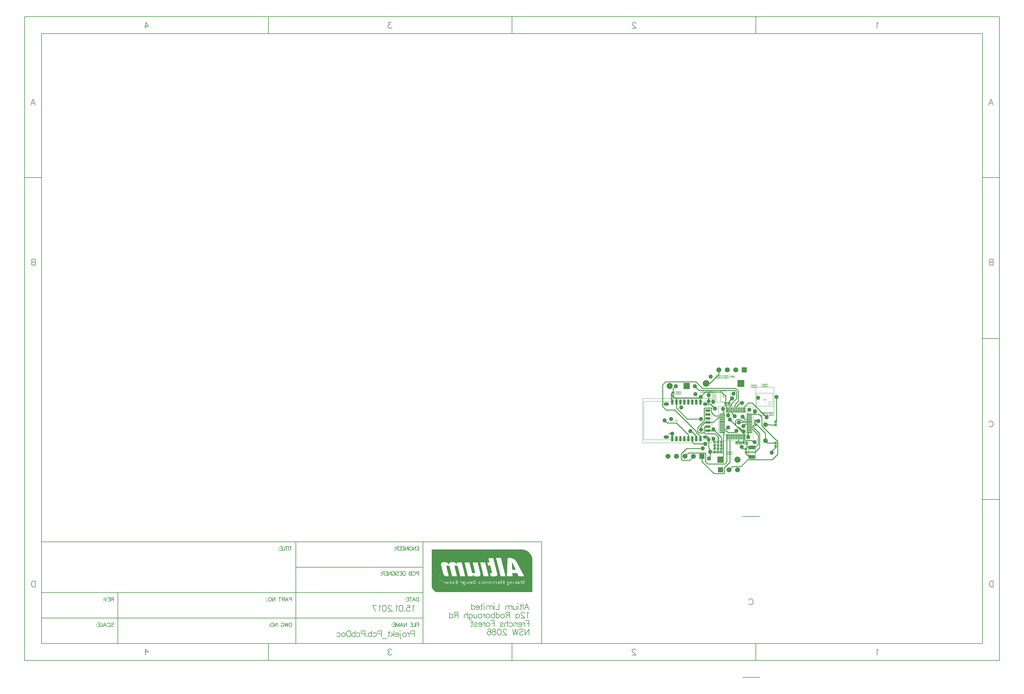
<source format=gbl>
G04 Layer_Physical_Order=3*
G04 Layer_Color=16711680*
%FSLAX42Y42*%
%MOMM*%
G71*
G01*
G75*
%ADD13R,0.60X0.50*%
%ADD14R,0.50X0.60*%
%ADD17C,0.25*%
%ADD18C,0.10*%
%ADD19C,0.20*%
%ADD20C,0.05*%
%ADD21C,0.13*%
%ADD22C,0.18*%
%ADD23C,1.85*%
%ADD24R,1.85X1.85*%
%ADD25P,1.52X8X112.5*%
%ADD26C,1.40*%
%ADD27C,2.00*%
%ADD28R,2.00X2.00*%
%ADD29C,1.50*%
%ADD30R,1.50X1.50*%
%ADD31C,1.27*%
%ADD41R,1.80X1.00*%
%ADD42O,0.30X1.80*%
%ADD43O,1.80X0.30*%
%ADD44C,1.20*%
%ADD45R,0.80X1.50*%
%ADD46R,1.50X0.80*%
%ADD47O,1.60X1.00*%
%ADD48O,1.40X1.00*%
D13*
X14884Y1118D02*
D03*
X14784D02*
D03*
X15087D02*
D03*
X14987D02*
D03*
X14453Y2286D02*
D03*
X14553D02*
D03*
D14*
X15342Y1677D02*
D03*
Y1777D02*
D03*
X12878Y2616D02*
D03*
Y2516D02*
D03*
X14326Y839D02*
D03*
Y939D02*
D03*
X15062Y839D02*
D03*
Y939D02*
D03*
X15951Y1752D02*
D03*
Y1652D02*
D03*
Y1017D02*
D03*
Y1117D02*
D03*
X14224Y839D02*
D03*
Y939D02*
D03*
X14122Y840D02*
D03*
Y940D02*
D03*
X14326Y1142D02*
D03*
Y1042D02*
D03*
X14224Y1142D02*
D03*
Y1042D02*
D03*
X14122Y1141D02*
D03*
Y1041D02*
D03*
D17*
X15101Y1002D02*
X15087D01*
X15120Y983D02*
X15101Y1002D01*
X15120Y978D02*
Y983D01*
X15240Y978D02*
X15120D01*
X15087Y1002D02*
Y1118D01*
X15326Y978D02*
X15240D01*
X13984Y675D02*
X13955Y645D01*
X13984Y675D02*
Y848D01*
Y927D02*
X13945Y966D01*
X13984Y848D02*
Y927D01*
X13993Y840D02*
X13984Y848D01*
X13848Y2645D02*
X13669Y2466D01*
X13711D02*
X13669D01*
X14384Y693D02*
Y1427D01*
X15977Y1777D02*
X15951Y1752D01*
X15977Y1777D02*
Y2489D01*
X12878Y2466D02*
Y2516D01*
X12952Y2466D02*
X12878D01*
X12975Y2443D02*
X12952Y2466D01*
X12975Y2337D02*
Y2443D01*
X14326Y838D02*
X14224D01*
X14122D01*
X14982Y1412D02*
X14576Y1819D01*
X14812Y1118D02*
Y1156D01*
X14119Y1487D02*
X13920D01*
X14119D02*
X14084Y1521D01*
X14376Y1977D02*
Y2141D01*
X13812Y1562D02*
X13810Y1560D01*
X13857Y1607D02*
X13812Y1562D01*
X13857Y1607D02*
X13838D01*
X13812Y1562D02*
Y1581D01*
Y1420D02*
Y1562D01*
X14087Y1141D02*
Y1242D01*
X15133Y1288D02*
Y1427D01*
X15299Y1977D02*
X15162D01*
X15448D02*
X15299D01*
X13695Y1237D02*
Y1321D01*
X13571Y1416D01*
Y1462D01*
X12927Y2106D01*
X12664D01*
X12560Y2210D01*
Y2855D01*
X12652Y2946D02*
X12560Y2855D01*
X13561Y2946D02*
X12652D01*
X13753Y2755D02*
X13561Y2946D01*
X14743Y2755D02*
X13753D01*
X14831Y2667D02*
X14743Y2755D01*
X14831Y2362D02*
Y2667D01*
Y2362D02*
X14732Y2263D01*
Y2107D02*
Y2263D01*
X14782Y2107D02*
Y2210D01*
X14885Y2313D02*
X14782Y2210D01*
X14946Y2313D02*
X14885D01*
X13430Y1466D02*
X13396D01*
X13575Y1321D02*
X13430Y1466D01*
X13575Y1237D02*
Y1321D01*
X15286Y1140D02*
X15235Y1191D01*
X15032D01*
X13978Y2896D02*
X13864D01*
X14249Y3167D02*
X13978Y2896D01*
X14249Y3167D02*
Y3302D01*
X14122Y840D02*
X13993D01*
X13945Y966D02*
Y1212D01*
X15368Y1677D02*
X15342D01*
X15646Y1399D02*
X15368Y1677D01*
X15646Y1178D02*
Y1399D01*
X15951Y1117D02*
X15708D01*
X15646Y1178D01*
X15045Y1677D02*
X14989Y1621D01*
X15162Y1677D02*
X15045D01*
X15438Y1777D02*
X15342D01*
X15032Y2107D02*
Y2210D01*
X15138Y2316D02*
X15032Y2210D01*
X15248Y2316D02*
X15138D01*
X15679Y1885D02*
X15248Y2316D01*
X15162Y1727D02*
X14849D01*
X13769Y950D02*
X13287D01*
X13124Y787D01*
Y630D02*
Y787D01*
X13157Y597D02*
X13124Y630D01*
X13373Y597D02*
X13157D01*
X13487Y711D02*
X13373Y597D01*
X14326Y1280D02*
X14119Y1487D01*
X14376Y1977D02*
X14352D01*
X14326Y1142D02*
Y1280D01*
X14482Y538D02*
Y1297D01*
Y538D02*
X14427Y483D01*
X13917D01*
X13851Y549D01*
Y820D01*
X13343D01*
X13233Y711D01*
X14526Y1575D02*
X14478Y1527D01*
X14352D01*
X13335Y1237D02*
Y1359D01*
X12979Y1715D01*
X12700D01*
X12626Y1788D01*
X13650Y2692D02*
X13526Y2817D01*
X14732Y2692D02*
X13650D01*
X14785Y2639D02*
X14732Y2692D01*
X14785Y2451D02*
Y2639D01*
Y2451D02*
X14618Y2283D01*
Y2228D02*
Y2283D01*
Y2228D02*
X14582D01*
Y2107D02*
Y2228D01*
X15534Y1891D02*
X15448Y1977D01*
X15534Y1631D02*
Y1891D01*
X15972Y1194D02*
X15534Y1631D01*
X15984Y1194D02*
X15972D01*
X16010Y1168D02*
X15984Y1194D01*
X16010Y772D02*
Y1168D01*
Y772D02*
X15850Y612D01*
X15113D01*
X14915Y414D01*
X14663D01*
X14554Y305D01*
X14632Y2007D02*
Y2107D01*
X14722Y1917D02*
X14632Y2007D01*
X13843Y1090D02*
X13508D01*
X13455Y1143D01*
Y1237D01*
X12975Y2159D02*
Y2337D01*
X13303Y1831D02*
X12975Y2159D01*
X13713Y1831D02*
X13303D01*
X14079Y1727D02*
X13920D01*
X14229Y1877D02*
X14079Y1727D01*
X14352Y1877D02*
X14229D01*
X14122Y1141D02*
X14087D01*
X13713Y1514D02*
Y1609D01*
X13831Y1727D02*
X13713Y1609D01*
X13920Y1727D02*
X13831D01*
X14982Y1297D02*
Y1412D01*
X14532Y1941D02*
Y2107D01*
X14646Y2454D02*
X14553Y2361D01*
Y2286D02*
Y2361D01*
X13669Y2466D02*
X12952D01*
X14323Y2645D02*
X13848D01*
X14453Y2515D02*
X14323Y2645D01*
X14453Y2286D02*
Y2515D01*
X14352Y1927D02*
X14130D01*
X14028Y2028D01*
Y2162D01*
X13810D01*
Y1773D02*
Y2162D01*
Y1773D02*
X13617Y1580D01*
Y1448D02*
Y1580D01*
X13647Y1418D02*
X13617Y1448D01*
X13780Y1418D02*
X13647D01*
X13810Y1448D02*
X13780Y1418D01*
X13810Y1448D02*
Y1560D01*
X13920Y1607D02*
X13857D01*
X13838D02*
X13812Y1581D01*
X13843Y1389D02*
X13812Y1420D01*
X14134Y1389D02*
X13843D01*
X14224Y1299D02*
X14134Y1389D01*
X14224Y1142D02*
Y1299D01*
X15162Y1827D02*
X15036D01*
X14963Y1900D01*
X15326Y1140D02*
X15286D01*
X15032Y1191D02*
Y1297D01*
X13711Y2466D02*
Y2497D01*
X14130Y2147D02*
X13996Y2282D01*
X13845D01*
X13741Y556D02*
Y711D01*
X14102Y196D02*
X13741Y556D01*
X14409Y196D02*
X14102D01*
X14409D02*
Y366D01*
X14582Y539D02*
X14409Y366D01*
X14582Y539D02*
Y1297D01*
X14983Y1463D02*
X14862Y1584D01*
X14812D01*
X14745Y1651D01*
Y1778D01*
X14796Y1828D02*
X14745Y1778D01*
X14888Y1828D02*
X14796D01*
X14940Y1777D02*
X14888Y1828D01*
X15162Y1777D02*
X14940D01*
X15329Y2007D02*
Y2060D01*
Y2007D02*
X15299Y1977D01*
X14773Y1477D02*
X14725Y1430D01*
X14528D01*
X14481Y1477D01*
X14352D01*
X14384Y1427D02*
X14352D01*
X14384Y693D02*
X14300Y610D01*
X13945Y2362D02*
Y2549D01*
X13955Y645D02*
Y696D01*
X15342Y839D02*
X15062D01*
X15468Y965D02*
X15342Y839D01*
X15468Y965D02*
Y1403D01*
X15294Y1577D01*
X15162D01*
X15257Y1527D02*
X15162D01*
X15423Y1361D02*
X15257Y1527D01*
X15423Y1074D02*
Y1361D01*
Y1074D02*
X15326Y978D01*
X14987Y939D02*
X14935Y991D01*
X15062Y939D02*
X14987D01*
X15162Y1427D02*
X15133D01*
X12964Y2811D02*
X12946D01*
X12878Y2743D01*
Y2616D02*
Y2743D01*
X15062Y795D02*
Y839D01*
X15159Y699D02*
X15062Y795D01*
X15240Y699D02*
X15159D01*
X15342Y1627D02*
X15162D01*
X15342D02*
Y1677D01*
X14812Y1118D02*
X14784D01*
X14832Y1176D02*
X14812Y1156D01*
X14832Y1176D02*
Y1297D01*
X14453Y2211D02*
Y2286D01*
X14482Y2182D02*
X14453Y2211D01*
X14482Y2107D02*
Y2182D01*
X15792Y1666D02*
X15646D01*
X15806Y1652D02*
X15792Y1666D01*
X15951Y1652D02*
X15806D01*
X14122Y940D02*
Y1041D01*
X14224Y939D02*
Y1042D01*
X14326Y939D02*
Y1042D01*
X14982Y1175D02*
Y1297D01*
X14987Y1171D02*
X14982Y1175D01*
X14987Y1118D02*
Y1171D01*
Y1118D02*
X14884D01*
X14224Y838D02*
Y839D01*
X14326Y838D02*
Y839D01*
X14122Y838D02*
Y840D01*
X13945Y1212D02*
Y1292D01*
X13845D01*
X12878Y2616D02*
X12845D01*
X12819Y2591D01*
Y2441D02*
Y2591D01*
X12855Y2405D02*
X12819Y2441D01*
X12855Y2337D02*
Y2405D01*
X15834Y822D02*
Y864D01*
X15951Y981D02*
X15834Y864D01*
X15951Y981D02*
Y1017D01*
X12855Y1237D02*
Y1388D01*
D18*
X13945Y1212D02*
X11995D01*
Y2362D01*
X13945D02*
X11995D01*
X13945Y1212D02*
Y2362D01*
X14967Y1442D02*
G03*
X14967Y1442I50J0D01*
G01*
X15726Y2308D02*
G03*
X15726Y2308I50J0D01*
G01*
X15312Y1672D02*
Y1782D01*
X15372Y1672D02*
Y1782D01*
Y1672D02*
X15312D01*
X15372Y1782D02*
X15312D01*
X12908Y2511D02*
Y2621D01*
X12848Y2511D02*
Y2621D01*
X12908D02*
X12848D01*
X12908Y2511D02*
X12848D01*
X14889Y1088D02*
X14779D01*
X14889Y1148D02*
X14779D01*
X14889Y1088D02*
Y1148D01*
X14779Y1088D02*
Y1148D01*
X14296Y834D02*
Y944D01*
X14356Y834D02*
Y944D01*
Y834D02*
X14296D01*
X14356Y944D02*
X14296D01*
X15032Y834D02*
Y944D01*
X15092Y834D02*
Y944D01*
Y834D02*
X15032D01*
X15092Y944D02*
X15032D01*
X15981Y1647D02*
Y1757D01*
X15921Y1647D02*
Y1757D01*
X15981D02*
X15921D01*
X15981Y1647D02*
X15921D01*
X15092Y1088D02*
X14982D01*
X15092Y1148D02*
X14982D01*
X15092Y1088D02*
Y1148D01*
X14982Y1088D02*
Y1148D01*
X15921Y1012D02*
Y1122D01*
X15981Y1012D02*
Y1122D01*
Y1012D02*
X15921D01*
X15981Y1122D02*
X15921D01*
X15150Y668D02*
Y1008D01*
X15330Y668D02*
Y1008D01*
Y668D02*
X15150D01*
X15330Y1008D02*
X15150D01*
X14291Y2360D02*
Y2670D01*
X14461Y2360D02*
Y2670D01*
Y2360D02*
X14291D01*
X14461Y2670D02*
X14291D01*
X15346Y2789D02*
X15236D01*
X15346Y2849D02*
X15236D01*
Y2789D02*
Y2849D01*
X15346Y2789D02*
Y2849D01*
X15107Y2052D02*
X14407D01*
X15107Y1352D02*
X14407D01*
Y2052D01*
X15107Y1352D02*
Y2052D01*
X14194Y834D02*
Y944D01*
X14254Y834D02*
Y944D01*
Y834D02*
X14194D01*
X14254Y944D02*
X14194D01*
X14092Y835D02*
Y945D01*
X14152Y835D02*
Y945D01*
Y835D02*
X14092D01*
X14152Y945D02*
X14092D01*
X14558Y2316D02*
X14448D01*
X14558Y2256D02*
X14448D01*
Y2316D01*
X14558Y2256D02*
Y2316D01*
X14356Y1037D02*
Y1147D01*
X14296Y1037D02*
Y1147D01*
X14356D02*
X14296D01*
X14356Y1037D02*
X14296D01*
X14254D02*
Y1147D01*
X14194Y1037D02*
Y1147D01*
X14254D02*
X14194D01*
X14254Y1037D02*
X14194D01*
X14152Y1036D02*
Y1146D01*
X14092Y1036D02*
Y1146D01*
X14152D02*
X14092D01*
X14152Y1036D02*
X14092D01*
X14050Y2697D02*
X13940D01*
X14050Y2637D02*
X13940D01*
X14050D02*
Y2697D01*
X13940Y2637D02*
Y2697D01*
X14508Y3129D02*
X14398D01*
X14508Y3069D02*
X14398D01*
X14508D02*
Y3129D01*
X14398Y3069D02*
Y3129D01*
X14067Y2459D02*
Y2569D01*
X14127Y2459D02*
Y2569D01*
X14067D01*
X14127Y2459D02*
X14067D01*
X14623Y3081D02*
Y3116D01*
X14688Y3081D02*
Y3116D01*
Y3081D02*
X14623D01*
X14688Y3116D02*
X14623D01*
X15676Y2815D02*
X15566D01*
X15676Y2875D02*
X15566D01*
Y2815D02*
Y2875D01*
X15676Y2815D02*
Y2875D01*
X13847Y2637D02*
X13737D01*
X13847Y2697D02*
X13737D01*
Y2637D02*
Y2697D01*
X13847Y2637D02*
Y2697D01*
X14304Y3069D02*
X14194D01*
X14304Y3129D02*
X14194D01*
Y3069D02*
Y3129D01*
X14304Y3069D02*
Y3129D01*
X15376Y2218D02*
Y2608D01*
X15866Y2218D02*
Y2608D01*
X15376D01*
X15866Y2218D02*
X15376D01*
X15854Y2011D02*
X15744D01*
X15854Y1951D02*
X15744D01*
X15854D02*
Y2011D01*
X15744Y1951D02*
Y2011D01*
X15651D02*
X15541D01*
X15651Y1951D02*
X15541D01*
X15651D02*
Y2011D01*
X15541Y1951D02*
Y2011D01*
X14608Y843D02*
X14498D01*
X14608Y783D02*
X14498D01*
X14608D02*
Y843D01*
X14498Y783D02*
Y843D01*
X13085Y2646D02*
X12975D01*
X13085Y2586D02*
X12975D01*
X13085D02*
Y2646D01*
X12975Y2586D02*
Y2646D01*
X15372Y1727D02*
X15312D01*
X15342Y1697D02*
Y1757D01*
X15307Y1637D02*
Y1817D01*
X15377Y1637D02*
Y1817D01*
Y1637D02*
X15307D01*
X15377Y1817D02*
X15307D01*
X12908Y2566D02*
X12848D01*
X12878Y2536D02*
Y2596D01*
X12913Y2476D02*
Y2656D01*
X12843Y2476D02*
Y2656D01*
X12913D02*
X12843D01*
X12913Y2476D02*
X12843D01*
X14834Y1088D02*
Y1148D01*
X14864Y1118D02*
X14804D01*
X14924Y1083D02*
X14744D01*
X14924Y1153D02*
X14744D01*
X14924Y1083D02*
Y1153D01*
X14744Y1083D02*
Y1153D01*
X14356Y889D02*
X14296D01*
X14326Y859D02*
Y919D01*
X14291Y799D02*
Y979D01*
X14361Y799D02*
Y979D01*
Y799D02*
X14291D01*
X14361Y979D02*
X14291D01*
X15092Y889D02*
X15032D01*
X15062Y859D02*
Y919D01*
X15027Y799D02*
Y979D01*
X15097Y799D02*
Y979D01*
Y799D02*
X15027D01*
X15097Y979D02*
X15027D01*
X15981Y1702D02*
X15921D01*
X15951Y1672D02*
Y1732D01*
X15986Y1612D02*
Y1792D01*
X15916Y1612D02*
Y1792D01*
X15986D02*
X15916D01*
X15986Y1612D02*
X15916D01*
X15037Y1088D02*
Y1148D01*
X15067Y1118D02*
X15007D01*
X15127Y1083D02*
X14947D01*
X15127Y1153D02*
X14947D01*
X15127Y1083D02*
Y1153D01*
X14947Y1083D02*
Y1153D01*
X15981Y1067D02*
X15921D01*
X15951Y1037D02*
Y1097D01*
X15916Y977D02*
Y1157D01*
X15986Y977D02*
Y1157D01*
Y977D02*
X15916D01*
X15986Y1157D02*
X15916D01*
X15290Y838D02*
X15190D01*
X15240Y788D02*
Y888D01*
X15140Y638D02*
Y1038D01*
X15340Y638D02*
Y1038D01*
Y638D02*
X15140D01*
X15340Y1038D02*
X15140D01*
X14161Y2335D02*
Y2695D01*
X14591Y2335D02*
Y2695D01*
Y2335D02*
X14161D01*
X14591Y2695D02*
X14161D01*
X14426Y2515D02*
X14326D01*
X14376Y2465D02*
Y2565D01*
X15291Y2789D02*
Y2849D01*
X15321Y2819D02*
X15261D01*
X15381Y2784D02*
X15201D01*
X15381Y2854D02*
X15201D01*
Y2784D02*
Y2854D01*
X15381Y2784D02*
Y2854D01*
X14757Y1652D02*
Y1752D01*
X14807Y1702D02*
X14707D01*
X15277Y2222D02*
X14237D01*
X15277Y1182D02*
X14237D01*
Y2222D01*
X15277Y1182D02*
Y2222D01*
X14254Y889D02*
X14194D01*
X14224Y859D02*
Y919D01*
X14189Y799D02*
Y979D01*
X14259Y799D02*
Y979D01*
Y799D02*
X14189D01*
X14259Y979D02*
X14189D01*
X14152Y890D02*
X14092D01*
X14122Y860D02*
Y920D01*
X14087Y800D02*
Y980D01*
X14157Y800D02*
Y980D01*
Y800D02*
X14087D01*
X14157Y980D02*
X14087D01*
X14503Y2256D02*
Y2316D01*
X14533Y2286D02*
X14473D01*
X14593Y2321D02*
X14413D01*
X14593Y2251D02*
X14413D01*
Y2321D01*
X14593Y2251D02*
Y2321D01*
X14356Y1092D02*
X14296D01*
X14326Y1062D02*
Y1122D01*
X14361Y1002D02*
Y1182D01*
X14291Y1002D02*
Y1182D01*
X14361D02*
X14291D01*
X14361Y1002D02*
X14291D01*
X14254Y1092D02*
X14194D01*
X14224Y1062D02*
Y1122D01*
X14259Y1002D02*
Y1182D01*
X14189Y1002D02*
Y1182D01*
X14259D02*
X14189D01*
X14259Y1002D02*
X14189D01*
X14152Y1091D02*
X14092D01*
X14122Y1061D02*
Y1121D01*
X14157Y1001D02*
Y1181D01*
X14087Y1001D02*
Y1181D01*
X14157D02*
X14087D01*
X14157Y1001D02*
X14087D01*
X12970Y1737D02*
Y1837D01*
X13020Y1787D02*
X12920D01*
X14035Y1122D02*
Y2452D01*
X11965D01*
Y1122D02*
Y2452D01*
X14035Y1122D02*
X11965D01*
X13995Y2637D02*
Y2697D01*
X14025Y2667D02*
X13965D01*
X14085Y2702D02*
X13905D01*
X14085Y2632D02*
X13905D01*
X14085D02*
Y2702D01*
X13905Y2632D02*
Y2702D01*
X14453Y3069D02*
Y3129D01*
X14483Y3099D02*
X14423D01*
X14543Y3134D02*
X14363D01*
X14543Y3064D02*
X14363D01*
X14543D02*
Y3134D01*
X14363Y3064D02*
Y3134D01*
X14127Y2514D02*
X14067D01*
X14097Y2484D02*
Y2544D01*
X14062Y2424D02*
Y2604D01*
X14132Y2424D02*
Y2604D01*
X14062D01*
X14132Y2424D02*
X14062D01*
X14586Y3074D02*
Y3124D01*
X14726Y3074D02*
Y3124D01*
Y3074D02*
X14586D01*
X14726Y3124D02*
X14586D01*
X14673Y3099D02*
X14638D01*
X14656Y3081D02*
Y3116D01*
X15621Y2815D02*
Y2875D01*
X15651Y2845D02*
X15591D01*
X15711Y2810D02*
X15531D01*
X15711Y2880D02*
X15531D01*
Y2810D02*
Y2880D01*
X15711Y2810D02*
Y2880D01*
X13792Y2637D02*
Y2697D01*
X13822Y2667D02*
X13762D01*
X13882Y2632D02*
X13702D01*
X13882Y2702D02*
X13702D01*
Y2632D02*
Y2702D01*
X13882Y2632D02*
Y2702D01*
X14249Y3069D02*
Y3129D01*
X14279Y3099D02*
X14219D01*
X14339Y3064D02*
X14159D01*
X14339Y3134D02*
X14159D01*
Y3064D02*
Y3134D01*
X14339Y3064D02*
Y3134D01*
X15671Y2413D02*
X15571D01*
X15621Y2363D02*
Y2463D01*
X15346Y2038D02*
Y2788D01*
X15896Y2038D02*
Y2788D01*
X15346D01*
X15896Y2038D02*
X15346D01*
X15799Y1951D02*
Y2011D01*
X15829Y1981D02*
X15769D01*
X15889Y2016D02*
X15709D01*
X15889Y1946D02*
X15709D01*
X15889D02*
Y2016D01*
X15709Y1946D02*
Y2016D01*
X15596Y1951D02*
Y2011D01*
X15626Y1981D02*
X15566D01*
X15686Y2016D02*
X15506D01*
X15686Y1946D02*
X15506D01*
X15686D02*
Y2016D01*
X15506Y1946D02*
Y2016D01*
X14553Y783D02*
Y843D01*
X14583Y813D02*
X14523D01*
X14643Y848D02*
X14463D01*
X14643Y778D02*
X14463D01*
X14643D02*
Y848D01*
X14463Y778D02*
Y848D01*
X13030Y2586D02*
Y2646D01*
X13060Y2616D02*
X13000D01*
X13120Y2651D02*
X12940D01*
X13120Y2581D02*
X12940D01*
X13120D02*
Y2651D01*
X12940Y2581D02*
Y2651D01*
D19*
X12845Y1372D02*
Y1405D01*
Y1388D01*
X12745D01*
X12762Y1372D01*
D20*
X8649Y-3353D02*
X5778D01*
X8649Y-3348D02*
X5768D01*
X8649Y-3343D02*
X5758D01*
X8649Y-3338D02*
X5748D01*
X8649Y-3332D02*
X5743D01*
X8649Y-3327D02*
X5733D01*
X8649Y-3322D02*
X5728D01*
X8649Y-3317D02*
X5723D01*
X8649Y-3312D02*
X5718D01*
X8649Y-3307D02*
X5712D01*
X8649Y-3302D02*
X5707D01*
X8649Y-3297D02*
X5702D01*
X8649Y-3292D02*
X5697D01*
X8649Y-3287D02*
X5692D01*
X8649Y-3282D02*
X5687D01*
X8649Y-3277D02*
X5682D01*
X8649Y-3272D02*
X5682D01*
X8649Y-3266D02*
X5677D01*
X8649Y-3261D02*
X5672D01*
X8649Y-3256D02*
X5672D01*
X8649Y-3251D02*
X5667D01*
X8649Y-3246D02*
X5667D01*
X8649Y-3241D02*
X5662D01*
X8649Y-3236D02*
X5662D01*
X8649Y-3231D02*
X5662D01*
X8649Y-3226D02*
X5657D01*
X8649Y-3221D02*
X5657D01*
X8649Y-3216D02*
X5657D01*
X8649Y-3211D02*
X5651D01*
X8649Y-3205D02*
X5651D01*
X8649Y-3200D02*
X5651D01*
X8649Y-3195D02*
X5651D01*
X8649Y-3190D02*
X5651D01*
X8649Y-3185D02*
X5651D01*
X8649Y-3180D02*
X5651D01*
X8649Y-3175D02*
X5651D01*
X8649Y-3170D02*
X5651D01*
X8649Y-3165D02*
X5651D01*
X8649Y-3160D02*
X5651D01*
X8649Y-3155D02*
X5651D01*
X8649Y-3150D02*
X5651D01*
X8649Y-3145D02*
X5651D01*
X6601Y-3139D02*
X5651D01*
X7912D02*
X6642D01*
X8649D02*
X7958D01*
X6596Y-3134D02*
X5651D01*
X7907D02*
X6647D01*
X8649D02*
X7963D01*
X6591Y-3129D02*
X5651D01*
X7902D02*
X6647D01*
X8649D02*
X7963D01*
X6586Y-3124D02*
X5651D01*
X6637D02*
X6612D01*
X7902D02*
X6647D01*
X7953D02*
X7927D01*
X8649D02*
X7963D01*
X6586Y-3119D02*
X5651D01*
X7897D02*
X6607D01*
X8649D02*
X7922D01*
X6586Y-3114D02*
X5651D01*
X7897D02*
X6607D01*
X8649D02*
X7917D01*
X6007Y-3109D02*
X5651D01*
X6063D02*
X6027D01*
X6144D02*
X6104D01*
X6200D02*
X6165D01*
X6261D02*
X6241D01*
X6287D02*
X6281D01*
X6353D02*
X6317D01*
X6490D02*
X6414D01*
X6535D02*
X6505D01*
X6581D02*
X6556D01*
X6617D02*
X6601D01*
X6678D02*
X6637D01*
X6734D02*
X6698D01*
X6805D02*
X6774D01*
X6916D02*
X6845D01*
X7054D02*
X6967D01*
X7109D02*
X7094D01*
X7191D02*
X7145D01*
X7236D02*
X7211D01*
X7287D02*
X7257D01*
X7348D02*
X7308D01*
X7445D02*
X7384D01*
X7480D02*
X7460D01*
X7546D02*
X7511D01*
X7628D02*
X7582D01*
X7714D02*
X7668D01*
X7760D02*
X7734D01*
X7897D02*
X7821D01*
X7927D02*
X7917D01*
X7993D02*
X7953D01*
X8039D02*
X8014D01*
X8090D02*
X8059D01*
X8125D02*
X8110D01*
X8176D02*
X8151D01*
X8222D02*
X8197D01*
X8247D02*
X8237D01*
X8313D02*
X8278D01*
X8359D02*
X8334D01*
X8405D02*
X8379D01*
X8649D02*
X8425D01*
X6007Y-3104D02*
X5651D01*
X6058D02*
X6027D01*
X6144D02*
X6109D01*
X6195D02*
X6165D01*
X6261D02*
X6241D01*
X6353D02*
X6327D01*
X6490D02*
X6414D01*
X6535D02*
X6505D01*
X6581D02*
X6556D01*
X6607D02*
X6601D01*
X6678D02*
X6647D01*
X6728D02*
X6698D01*
X6800D02*
X6774D01*
X6906D02*
X6850D01*
X7049D02*
X6967D01*
X7109D02*
X7094D01*
X7191D02*
X7155D01*
X7236D02*
X7211D01*
X7287D02*
X7257D01*
X7338D02*
X7308D01*
X7445D02*
X7394D01*
X7480D02*
X7460D01*
X7546D02*
X7516D01*
X7628D02*
X7592D01*
X7714D02*
X7678D01*
X7760D02*
X7734D01*
X7897D02*
X7821D01*
X7993D02*
X7958D01*
X8039D02*
X8014D01*
X8090D02*
X8059D01*
X8131D02*
X8110D01*
X8176D02*
X8156D01*
X8222D02*
X8197D01*
X8313D02*
X8283D01*
X8359D02*
X8334D01*
X8405D02*
X8385D01*
X8649D02*
X8425D01*
X6007Y-3099D02*
X5651D01*
X6058D02*
X6027D01*
X6144D02*
X6114D01*
X6190D02*
X6165D01*
X6261D02*
X6241D01*
X6353D02*
X6327D01*
X6490D02*
X6414D01*
X6535D02*
X6505D01*
X6581D02*
X6556D01*
X6678D02*
X6652D01*
X6723D02*
X6698D01*
X6800D02*
X6774D01*
X6896D02*
X6855D01*
X7043D02*
X6967D01*
X7109D02*
X7094D01*
X7191D02*
X7160D01*
X7236D02*
X7211D01*
X7287D02*
X7257D01*
X7338D02*
X7308D01*
X7445D02*
X7399D01*
X7480D02*
X7460D01*
X7546D02*
X7521D01*
X7628D02*
X7597D01*
X7714D02*
X7683D01*
X7760D02*
X7734D01*
X7897D02*
X7821D01*
X7993D02*
X7963D01*
X8039D02*
X8014D01*
X8090D02*
X8059D01*
X8136D02*
X8110D01*
X8176D02*
X8161D01*
X8222D02*
X8197D01*
X8313D02*
X8288D01*
X8354D02*
X8334D01*
X8405D02*
X8385D01*
X8649D02*
X8425D01*
X6007Y-3094D02*
X5651D01*
X6058D02*
X6027D01*
X6093D02*
X6063D01*
X6144D02*
X6119D01*
X6190D02*
X6165D01*
X6261D02*
X6210D01*
X6307D02*
X6287D01*
X6388D02*
X6327D01*
X6490D02*
X6414D01*
X6535D02*
X6505D01*
X6581D02*
X6556D01*
X6627D02*
X6612D01*
X6678D02*
X6652D01*
X6723D02*
X6698D01*
X6800D02*
X6744D01*
X6835D02*
X6805D01*
X6891D02*
X6861D01*
X6947D02*
X6932D01*
X7043D02*
X6967D01*
X7135D02*
X7064D01*
X7191D02*
X7165D01*
X7236D02*
X7211D01*
X7287D02*
X7257D01*
X7333D02*
X7308D01*
X7379D02*
X7358D01*
X7445D02*
X7404D01*
X7496D02*
X7460D01*
X7572D02*
X7521D01*
X7628D02*
X7597D01*
X7663D02*
X7633D01*
X7714D02*
X7689D01*
X7800D02*
X7734D01*
X7897D02*
X7821D01*
X7938D02*
X7927D01*
X7993D02*
X7968D01*
X8039D02*
X8014D01*
X8090D02*
X8059D01*
X8141D02*
X8110D01*
X8176D02*
X8161D01*
X8222D02*
X8197D01*
X8268D02*
X8247D01*
X8313D02*
X8288D01*
X8354D02*
X8334D01*
X8405D02*
X8385D01*
X8649D02*
X8425D01*
X6007Y-3089D02*
X5651D01*
X6099D02*
X6027D01*
X6144D02*
X6119D01*
X6185D02*
X6165D01*
X6261D02*
X6210D01*
X6312D02*
X6281D01*
X6388D02*
X6327D01*
X6490D02*
X6414D01*
X6535D02*
X6505D01*
X6581D02*
X6556D01*
X6632D02*
X6607D01*
X6678D02*
X6657D01*
X6723D02*
X6698D01*
X6840D02*
X6744D01*
X6891D02*
X6861D01*
X6947D02*
X6921D01*
X7043D02*
X6967D01*
X7140D02*
X7064D01*
X7191D02*
X7165D01*
X7236D02*
X7211D01*
X7287D02*
X7257D01*
X7328D02*
X7308D01*
X7384D02*
X7353D01*
X7445D02*
X7404D01*
X7501D02*
X7460D01*
X7577D02*
X7521D01*
X7668D02*
X7602D01*
X7714D02*
X7689D01*
X7800D02*
X7734D01*
X7897D02*
X7821D01*
X7943D02*
X7922D01*
X7993D02*
X7968D01*
X8039D02*
X8014D01*
X8090D02*
X8059D01*
X8141D02*
X8110D01*
X8176D02*
X8166D01*
X8222D02*
X8197D01*
X8268D02*
X8242D01*
X8313D02*
X8288D01*
X8354D02*
X8334D01*
X8405D02*
X8390D01*
X8649D02*
X8425D01*
X6007Y-3084D02*
X5651D01*
X6104D02*
X6027D01*
X6144D02*
X6124D01*
X6190D02*
X6165D01*
X6261D02*
X6210D01*
X6307D02*
X6281D01*
X6388D02*
X6327D01*
X6490D02*
X6414D01*
X6535D02*
X6505D01*
X6581D02*
X6556D01*
X6632D02*
X6607D01*
X6678D02*
X6657D01*
X6723D02*
X6698D01*
X6845D02*
X6744D01*
X6886D02*
X6866D01*
X6947D02*
X6911D01*
X7043D02*
X6967D01*
X7145D02*
X7064D01*
X7191D02*
X7165D01*
X7236D02*
X7211D01*
X7287D02*
X7257D01*
X7328D02*
X7308D01*
X7384D02*
X7348D01*
X7445D02*
X7404D01*
X7501D02*
X7460D01*
X7582D02*
X7521D01*
X7673D02*
X7602D01*
X7714D02*
X7689D01*
X7800D02*
X7734D01*
X7897D02*
X7821D01*
X7948D02*
X7917D01*
X7993D02*
X7968D01*
X8039D02*
X8014D01*
X8090D02*
X8059D01*
X8146D02*
X8110D01*
X8176D02*
X8171D01*
X8222D02*
X8197D01*
X8268D02*
X8242D01*
X8313D02*
X8288D01*
X8349D02*
X8334D01*
X8405D02*
X8390D01*
X8649D02*
X8425D01*
X6007Y-3078D02*
X5651D01*
X6053D02*
X6027D01*
X6144D02*
X6124D01*
X6190D02*
X6165D01*
X6261D02*
X6220D01*
X6302D02*
X6281D01*
X6388D02*
X6327D01*
X6490D02*
X6414D01*
X6535D02*
X6505D01*
X6581D02*
X6556D01*
X6637D02*
X6601D01*
X6678D02*
X6657D01*
X6723D02*
X6698D01*
X6794D02*
X6759D01*
X6886D02*
X6866D01*
X6947D02*
X6911D01*
X7043D02*
X6967D01*
X7145D02*
X7079D01*
X7191D02*
X7165D01*
X7236D02*
X7211D01*
X7287D02*
X7257D01*
X7328D02*
X7308D01*
X7384D02*
X7348D01*
X7445D02*
X7404D01*
X7501D02*
X7460D01*
X7582D02*
X7521D01*
X7623D02*
X7602D01*
X7714D02*
X7689D01*
X7800D02*
X7734D01*
X7897D02*
X7821D01*
X7948D02*
X7917D01*
X7993D02*
X7968D01*
X8039D02*
X8014D01*
X8090D02*
X8059D01*
X8151D02*
X8110D01*
X8222D02*
X8197D01*
X8263D02*
X8242D01*
X8313D02*
X8288D01*
X8349D02*
X8334D01*
X8374D02*
X8369D01*
X8405D02*
X8390D01*
X8649D02*
X8425D01*
X6007Y-3073D02*
X5651D01*
X6053D02*
X6027D01*
X6144D02*
X6124D01*
X6190D02*
X6165D01*
X6261D02*
X6236D01*
X6388D02*
X6322D01*
X6490D02*
X6414D01*
X6535D02*
X6505D01*
X6581D02*
X6556D01*
X6637D02*
X6601D01*
X6678D02*
X6657D01*
X6728D02*
X6698D01*
X6794D02*
X6769D01*
X6886D02*
X6866D01*
X6947D02*
X6906D01*
X7043D02*
X6967D01*
X7145D02*
X7089D01*
X7191D02*
X7165D01*
X7236D02*
X7211D01*
X7287D02*
X7257D01*
X7328D02*
X7308D01*
X7384D02*
X7348D01*
X7440D02*
X7404D01*
X7501D02*
X7460D01*
X7582D02*
X7521D01*
X7623D02*
X7602D01*
X7714D02*
X7689D01*
X7800D02*
X7734D01*
X7897D02*
X7821D01*
X7948D02*
X7917D01*
X7993D02*
X7968D01*
X8039D02*
X8014D01*
X8090D02*
X8059D01*
X8156D02*
X8110D01*
X8222D02*
X8197D01*
X8313D02*
X8283D01*
X8349D02*
X8334D01*
X8374D02*
X8364D01*
X8405D02*
X8395D01*
X8649D02*
X8425D01*
X6007Y-3068D02*
X5651D01*
X6053D02*
X6027D01*
X6144D02*
X6124D01*
X6200D02*
X6165D01*
X6261D02*
X6241D01*
X6388D02*
X6317D01*
X6490D02*
X6414D01*
X6535D02*
X6505D01*
X6581D02*
X6556D01*
X6637D02*
X6601D01*
X6678D02*
X6657D01*
X6734D02*
X6698D01*
X6794D02*
X6774D01*
X6881D02*
X6866D01*
X6947D02*
X6906D01*
X7054D02*
X6967D01*
X7145D02*
X7094D01*
X7191D02*
X7165D01*
X7236D02*
X7211D01*
X7287D02*
X7257D01*
X7328D02*
X7308D01*
X7384D02*
X7348D01*
X7440D02*
X7404D01*
X7501D02*
X7460D01*
X7582D02*
X7521D01*
X7623D02*
X7602D01*
X7714D02*
X7689D01*
X7800D02*
X7734D01*
X7897D02*
X7821D01*
X7948D02*
X7917D01*
X7993D02*
X7968D01*
X8039D02*
X8014D01*
X8090D02*
X8059D01*
X8156D02*
X8110D01*
X8222D02*
X8197D01*
X8313D02*
X8278D01*
X8344D02*
X8334D01*
X8374D02*
X8364D01*
X8405D02*
X8395D01*
X8649D02*
X8425D01*
X6007Y-3063D02*
X5651D01*
X6053D02*
X6027D01*
X6104D02*
X6073D01*
X6144D02*
X6124D01*
X6215D02*
X6165D01*
X6261D02*
X6241D01*
X6353D02*
X6281D01*
X6490D02*
X6414D01*
X6535D02*
X6510D01*
X6581D02*
X6556D01*
X6637D02*
X6607D01*
X6678D02*
X6657D01*
X6749D02*
X6698D01*
X6794D02*
X6774D01*
X6845D02*
X6815D01*
X6881D02*
X6866D01*
X6947D02*
X6906D01*
X7069D02*
X6967D01*
X7145D02*
X7094D01*
X7191D02*
X7165D01*
X7236D02*
X7211D01*
X7282D02*
X7257D01*
X7328D02*
X7308D01*
X7384D02*
X7348D01*
X7440D02*
X7404D01*
X7501D02*
X7460D01*
X7582D02*
X7521D01*
X7623D02*
X7602D01*
X7673D02*
X7638D01*
X7714D02*
X7689D01*
X7765D02*
X7734D01*
X7897D02*
X7821D01*
X7948D02*
X7917D01*
X7993D02*
X7968D01*
X8039D02*
X8014D01*
X8090D02*
X8059D01*
X8151D02*
X8110D01*
X8222D02*
X8197D01*
X8313D02*
X8242D01*
X8344D02*
X8334D01*
X8374D02*
X8364D01*
X8405D02*
X8395D01*
X8649D02*
X8425D01*
X6002Y-3058D02*
X5651D01*
X6053D02*
X6027D01*
X6104D02*
X6073D01*
X6144D02*
X6119D01*
X6220D02*
X6165D01*
X6261D02*
X6241D01*
X6353D02*
X6281D01*
X6490D02*
X6414D01*
X6530D02*
X6510D01*
X6581D02*
X6556D01*
X6632D02*
X6607D01*
X6678D02*
X6657D01*
X6754D02*
X6698D01*
X6794D02*
X6774D01*
X6845D02*
X6815D01*
X6881D02*
X6861D01*
X6947D02*
X6906D01*
X7074D02*
X6967D01*
X7140D02*
X7094D01*
X7191D02*
X7165D01*
X7236D02*
X7211D01*
X7282D02*
X7257D01*
X7328D02*
X7308D01*
X7384D02*
X7353D01*
X7440D02*
X7404D01*
X7501D02*
X7460D01*
X7577D02*
X7521D01*
X7623D02*
X7602D01*
X7668D02*
X7643D01*
X7714D02*
X7689D01*
X7765D02*
X7734D01*
X7897D02*
X7821D01*
X7948D02*
X7917D01*
X7993D02*
X7968D01*
X8039D02*
X8014D01*
X8090D02*
X8059D01*
X8146D02*
X8110D01*
X8176D02*
X8171D01*
X8222D02*
X8197D01*
X8313D02*
X8242D01*
X8344D02*
X8334D01*
X8379D02*
X8359D01*
X8405D02*
X8395D01*
X8649D02*
X8425D01*
X5987Y-3053D02*
X5651D01*
X6058D02*
X6027D01*
X6099D02*
X6073D01*
X6144D02*
X6119D01*
X6220D02*
X6165D01*
X6266D02*
X6241D01*
X6312D02*
X6287D01*
X6353D02*
X6322D01*
X6490D02*
X6414D01*
X6530D02*
X6510D01*
X6581D02*
X6556D01*
X6627D02*
X6612D01*
X6678D02*
X6652D01*
X6754D02*
X6698D01*
X6800D02*
X6774D01*
X6840D02*
X6815D01*
X6881D02*
X6861D01*
X6947D02*
X6906D01*
X7074D02*
X6967D01*
X7140D02*
X7094D01*
X7191D02*
X7165D01*
X7236D02*
X7211D01*
X7277D02*
X7262D01*
X7333D02*
X7308D01*
X7379D02*
X7358D01*
X7419D02*
X7404D01*
X7501D02*
X7460D01*
X7572D02*
X7521D01*
X7623D02*
X7597D01*
X7668D02*
X7643D01*
X7714D02*
X7689D01*
X7765D02*
X7734D01*
X7897D02*
X7821D01*
X7943D02*
X7922D01*
X7993D02*
X7968D01*
X8034D02*
X8014D01*
X8090D02*
X8059D01*
X8146D02*
X8110D01*
X8176D02*
X8166D01*
X8222D02*
X8197D01*
X8273D02*
X8242D01*
X8313D02*
X8283D01*
X8339D02*
X8334D01*
X8379D02*
X8359D01*
X8405D02*
X8400D01*
X8649D02*
X8425D01*
X5987Y-3048D02*
X5651D01*
X6058D02*
X6027D01*
X6144D02*
X6114D01*
X6190D02*
X6165D01*
X6266D02*
X6241D01*
X6388D02*
X6322D01*
X6490D02*
X6414D01*
X6581D02*
X6556D01*
X6678D02*
X6652D01*
X6728D02*
X6698D01*
X6800D02*
X6774D01*
X6886D02*
X6855D01*
X6947D02*
X6906D01*
X7043D02*
X6967D01*
X7115D02*
X7094D01*
X7191D02*
X7160D01*
X7242D02*
X7211D01*
X7338D02*
X7308D01*
X7419D02*
X7399D01*
X7485D02*
X7460D01*
X7546D02*
X7536D01*
X7628D02*
X7597D01*
X7714D02*
X7683D01*
X7800D02*
X7734D01*
X7897D02*
X7821D01*
X7993D02*
X7963D01*
X8090D02*
X8059D01*
X8141D02*
X8110D01*
X8176D02*
X8161D01*
X8227D02*
X8197D01*
X8313D02*
X8283D01*
X8339D02*
X8334D01*
X8379D02*
X8359D01*
X8405D02*
X8400D01*
X8649D02*
X8425D01*
X5987Y-3043D02*
X5651D01*
X6012D02*
X6007D01*
X6063D02*
X6027D01*
X6144D02*
X6109D01*
X6190D02*
X6165D01*
X6271D02*
X6236D01*
X6388D02*
X6322D01*
X6495D02*
X6414D01*
X6581D02*
X6556D01*
X6678D02*
X6647D01*
X6723D02*
X6698D01*
X6805D02*
X6769D01*
X6886D02*
X6855D01*
X6947D02*
X6911D01*
X7043D02*
X6967D01*
X7115D02*
X7089D01*
X7191D02*
X7155D01*
X7242D02*
X7211D01*
X7338D02*
X7308D01*
X7419D02*
X7394D01*
X7445D02*
X7440D01*
X7485D02*
X7460D01*
X7546D02*
X7536D01*
X7633D02*
X7592D01*
X7714D02*
X7678D01*
X7800D02*
X7734D01*
X7897D02*
X7821D01*
X7998D02*
X7958D01*
X8090D02*
X8059D01*
X8136D02*
X8110D01*
X8176D02*
X8161D01*
X8227D02*
X8197D01*
X8313D02*
X8283D01*
X8339D02*
X8334D01*
X8385D02*
X8359D01*
X8649D02*
X8425D01*
X5860Y-3038D02*
X5651D01*
X5880D02*
X5865D01*
X5900D02*
X5890D01*
X5931D02*
X5911D01*
X5987D02*
X5936D01*
X6012D02*
X6002D01*
X6068D02*
X6027D01*
X6144D02*
X6104D01*
X6190D02*
X6165D01*
X6276D02*
X6231D01*
X6388D02*
X6317D01*
X6500D02*
X6414D01*
X6535D02*
X6530D01*
X6581D02*
X6556D01*
X6612D02*
X6601D01*
X6678D02*
X6642D01*
X6723D02*
X6698D01*
X6810D02*
X6764D01*
X6886D02*
X6845D01*
X6947D02*
X6911D01*
X7043D02*
X6967D01*
X7109D02*
X7084D01*
X7191D02*
X7150D01*
X7247D02*
X7211D01*
X7287D02*
X7277D01*
X7348D02*
X7308D01*
X7419D02*
X7384D01*
X7445D02*
X7435D01*
X7485D02*
X7460D01*
X7546D02*
X7536D01*
X7638D02*
X7582D01*
X7714D02*
X7673D01*
X7800D02*
X7734D01*
X7897D02*
X7821D01*
X7922D02*
X7917D01*
X8004D02*
X7953D01*
X8044D02*
X8034D01*
X8090D02*
X8059D01*
X8131D02*
X8110D01*
X8176D02*
X8156D01*
X8232D02*
X8197D01*
X8313D02*
X8278D01*
X8385D02*
X8354D01*
X8649D02*
X8425D01*
X5860Y-3033D02*
X5651D01*
X5875D02*
X5865D01*
X5900D02*
X5890D01*
X5931D02*
X5911D01*
X6388D02*
X5936D01*
X6891D02*
X6414D01*
X6947D02*
X6916D01*
X7501D02*
X6967D01*
X7714D02*
X7521D01*
X7800D02*
X7734D01*
X8176D02*
X7821D01*
X8313D02*
X8197D01*
X8385D02*
X8354D01*
X8649D02*
X8425D01*
X5860Y-3028D02*
X5651D01*
X5875D02*
X5865D01*
X5900D02*
X5895D01*
X5931D02*
X5911D01*
X6388D02*
X5936D01*
X6891D02*
X6414D01*
X6947D02*
X6927D01*
X7501D02*
X6967D01*
X7714D02*
X7521D01*
X7800D02*
X7734D01*
X8176D02*
X7821D01*
X8313D02*
X8197D01*
X8390D02*
X8354D01*
X8649D02*
X8425D01*
X5860Y-3023D02*
X5651D01*
X5870D02*
X5865D01*
X5885D02*
X5880D01*
X5900D02*
X5895D01*
X5931D02*
X5911D01*
X6353D02*
X5936D01*
X6896D02*
X6414D01*
X7501D02*
X6967D01*
X7714D02*
X7521D01*
X7760D02*
X7734D01*
X8176D02*
X7821D01*
X8313D02*
X8197D01*
X8390D02*
X8349D01*
X8649D02*
X8425D01*
X5860Y-3018D02*
X5651D01*
X5870D02*
X5865D01*
X5890D02*
X5880D01*
X5931D02*
X5911D01*
X6144D02*
X5936D01*
X6353D02*
X6165D01*
X6678D02*
X6414D01*
X6901D02*
X6698D01*
X7191D02*
X6967D01*
X7501D02*
X7211D01*
X7714D02*
X7511D01*
X7760D02*
X7734D01*
X8090D02*
X7821D01*
X8176D02*
X8110D01*
X8313D02*
X8197D01*
X8390D02*
X8349D01*
X8649D02*
X8425D01*
X5860Y-3012D02*
X5651D01*
X5890D02*
X5875D01*
X5931D02*
X5911D01*
X6144D02*
X5936D01*
X6353D02*
X6165D01*
X6678D02*
X6414D01*
X6916D02*
X6698D01*
X7191D02*
X6967D01*
X7714D02*
X7211D01*
X7760D02*
X7734D01*
X8090D02*
X7821D01*
X8176D02*
X8110D01*
X8313D02*
X8197D01*
X8395D02*
X8349D01*
X8649D02*
X8425D01*
X5860Y-3007D02*
X5651D01*
X5895D02*
X5875D01*
X5931D02*
X5911D01*
X6144D02*
X5936D01*
X6678D02*
X6165D01*
X7191D02*
X6698D01*
X7714D02*
X7211D01*
X8090D02*
X7734D01*
X8176D02*
X8110D01*
X8649D02*
X8197D01*
X5860Y-3002D02*
X5651D01*
X5895D02*
X5870D01*
X5916D02*
X5911D01*
X7714D02*
X5951D01*
X8176D02*
X7734D01*
X8649D02*
X8197D01*
X8649Y-2997D02*
X5651D01*
X8649Y-2992D02*
X5651D01*
X8649Y-2987D02*
X5651D01*
X8649Y-2982D02*
X5651D01*
X8649Y-2977D02*
X5651D01*
X8649Y-2972D02*
X5651D01*
X8649Y-2967D02*
X5651D01*
X8649Y-2962D02*
X5651D01*
X8649Y-2957D02*
X5651D01*
X8649Y-2951D02*
X5651D01*
X8649Y-2946D02*
X5651D01*
X8649Y-2941D02*
X5651D01*
X8649Y-2936D02*
X5651D01*
X8649Y-2931D02*
X5651D01*
X8649Y-2926D02*
X5651D01*
X8649Y-2921D02*
X5651D01*
X8649Y-2916D02*
X5651D01*
X8649Y-2911D02*
X5651D01*
X8649Y-2906D02*
X5651D01*
X8649Y-2901D02*
X5651D01*
X8649Y-2896D02*
X5651D01*
X6972Y-2891D02*
X5651D01*
X8649D02*
X7028D01*
X6947Y-2885D02*
X5651D01*
X7455D02*
X7054D01*
X8649D02*
X7516D01*
X5860Y-2880D02*
X5651D01*
X5880D02*
X5865D01*
X5900D02*
X5890D01*
X5931D02*
X5911D01*
X6068D02*
X5941D01*
X6246D02*
X6160D01*
X6490D02*
X6403D01*
X6723D02*
X6647D01*
X6932D02*
X6881D01*
X7196D02*
X7064D01*
X7409D02*
X7348D01*
X7704D02*
X7562D01*
X7892D02*
X7856D01*
X8237D02*
X8070D01*
X8649D02*
X8420D01*
X5860Y-2875D02*
X5651D01*
X5875D02*
X5865D01*
X5900D02*
X5890D01*
X5931D02*
X5911D01*
X6048D02*
X5941D01*
X6246D02*
X6154D01*
X6490D02*
X6403D01*
X6723D02*
X6647D01*
X6921D02*
X6876D01*
X7191D02*
X7074D01*
X7404D02*
X7348D01*
X7699D02*
X7577D01*
X7892D02*
X7856D01*
X8237D02*
X8070D01*
X8649D02*
X8415D01*
X5860Y-2870D02*
X5651D01*
X5875D02*
X5865D01*
X5900D02*
X5890D01*
X5931D02*
X5911D01*
X6038D02*
X5941D01*
X6246D02*
X6154D01*
X6490D02*
X6398D01*
X6723D02*
X6647D01*
X6911D02*
X6876D01*
X7191D02*
X7084D01*
X7404D02*
X7348D01*
X7699D02*
X7587D01*
X7892D02*
X7856D01*
X8232D02*
X8070D01*
X8649D02*
X8415D01*
X5860Y-2865D02*
X5651D01*
X5875D02*
X5865D01*
X5885D02*
X5880D01*
X5900D02*
X5895D01*
X5931D02*
X5911D01*
X6027D02*
X5941D01*
X6246D02*
X6154D01*
X6490D02*
X6398D01*
X6718D02*
X6642D01*
X6906D02*
X6876D01*
X7191D02*
X7089D01*
X7404D02*
X7348D01*
X7699D02*
X7597D01*
X7892D02*
X7851D01*
X8232D02*
X8070D01*
X8649D02*
X8410D01*
X5860Y-2860D02*
X5651D01*
X5870D02*
X5865D01*
X5890D02*
X5880D01*
X5900D02*
X5895D01*
X5931D02*
X5911D01*
X6022D02*
X5941D01*
X6241D02*
X6154D01*
X6485D02*
X6398D01*
X6718D02*
X6642D01*
X6896D02*
X6876D01*
X7191D02*
X7094D01*
X7404D02*
X7343D01*
X7699D02*
X7602D01*
X7892D02*
X7851D01*
X8232D02*
X8070D01*
X8649D02*
X8410D01*
X5860Y-2855D02*
X5651D01*
X5870D02*
X5865D01*
X5890D02*
X5875D01*
X5931D02*
X5911D01*
X6012D02*
X5941D01*
X6241D02*
X6149D01*
X6485D02*
X6398D01*
X6718D02*
X6642D01*
X6891D02*
X6871D01*
X7186D02*
X7094D01*
X7399D02*
X7343D01*
X7694D02*
X7602D01*
X7892D02*
X7851D01*
X8227D02*
X8070D01*
X8649D02*
X8405D01*
X5860Y-2850D02*
X5651D01*
X5890D02*
X5875D01*
X5931D02*
X5911D01*
X6007D02*
X5941D01*
X6241D02*
X6149D01*
X6485D02*
X6393D01*
X6718D02*
X6642D01*
X6886D02*
X6871D01*
X7186D02*
X7099D01*
X7399D02*
X7343D01*
X7694D02*
X7607D01*
X7892D02*
X7851D01*
X8227D02*
X8070D01*
X8649D02*
X8405D01*
X5860Y-2845D02*
X5651D01*
X5895D02*
X5875D01*
X5931D02*
X5911D01*
X6002D02*
X5941D01*
X6241D02*
X6149D01*
X6485D02*
X6393D01*
X6713D02*
X6637D01*
X6881D02*
X6871D01*
X7186D02*
X7099D01*
X7399D02*
X7343D01*
X7694D02*
X7607D01*
X7892D02*
X7846D01*
X8222D02*
X8070D01*
X8649D02*
X8400D01*
X5860Y-2840D02*
X5651D01*
X5895D02*
X5870D01*
X5916D02*
X5911D01*
X6002D02*
X5951D01*
X6236D02*
X6149D01*
X6480D02*
X6393D01*
X6713D02*
X6637D01*
X6876D02*
X6871D01*
X7186D02*
X7099D01*
X7399D02*
X7338D01*
X7694D02*
X7607D01*
X7892D02*
X7846D01*
X8222D02*
X8070D01*
X8649D02*
X8395D01*
X5997Y-2835D02*
X5651D01*
X6236D02*
X6144D01*
X6480D02*
X6393D01*
X6713D02*
X6637D01*
X7181D02*
X7104D01*
X7394D02*
X7338D01*
X7689D02*
X7607D01*
X7892D02*
X7846D01*
X8217D02*
X8070D01*
X8649D02*
X8395D01*
X5992Y-2830D02*
X5651D01*
X6236D02*
X6144D01*
X6480D02*
X6388D01*
X6713D02*
X6637D01*
X7181D02*
X7104D01*
X7394D02*
X7338D01*
X7689D02*
X7607D01*
X7892D02*
X7846D01*
X8217D02*
X8064D01*
X8649D02*
X8390D01*
X5992Y-2824D02*
X5651D01*
X6236D02*
X6144D01*
X6480D02*
X6388D01*
X6708D02*
X6632D01*
X7181D02*
X7104D01*
X7394D02*
X7338D01*
X7689D02*
X7607D01*
X7892D02*
X7841D01*
X8217D02*
X8064D01*
X8649D02*
X8390D01*
X5987Y-2819D02*
X5651D01*
X6231D02*
X6144D01*
X6474D02*
X6388D01*
X6708D02*
X6632D01*
X7181D02*
X7104D01*
X7394D02*
X7333D01*
X7689D02*
X7607D01*
X7892D02*
X7841D01*
X8212D02*
X8064D01*
X8649D02*
X8385D01*
X5987Y-2814D02*
X5651D01*
X6231D02*
X6139D01*
X6474D02*
X6388D01*
X6708D02*
X6632D01*
X7175D02*
X7104D01*
X7389D02*
X7333D01*
X7683D02*
X7607D01*
X7892D02*
X7841D01*
X8212D02*
X8064D01*
X8649D02*
X8385D01*
X5982Y-2809D02*
X5651D01*
X6231D02*
X6139D01*
X6474D02*
X6383D01*
X6708D02*
X6632D01*
X7175D02*
X7104D01*
X7389D02*
X7333D01*
X7683D02*
X7607D01*
X7892D02*
X7841D01*
X8207D02*
X8064D01*
X8649D02*
X8379D01*
X5982Y-2804D02*
X5651D01*
X6231D02*
X6139D01*
X6474D02*
X6383D01*
X6703D02*
X6627D01*
X7175D02*
X7104D01*
X7389D02*
X7333D01*
X7683D02*
X7607D01*
X7892D02*
X7836D01*
X8207D02*
X8064D01*
X8649D02*
X8379D01*
X5982Y-2799D02*
X5651D01*
X6226D02*
X6139D01*
X6469D02*
X6383D01*
X6703D02*
X6627D01*
X7175D02*
X7104D01*
X7389D02*
X7328D01*
X7683D02*
X7607D01*
X7892D02*
X7836D01*
X8202D02*
X8064D01*
X8649D02*
X8374D01*
X5982Y-2794D02*
X5651D01*
X6226D02*
X6134D01*
X6469D02*
X6383D01*
X6703D02*
X6627D01*
X7170D02*
X7104D01*
X7384D02*
X7328D01*
X7678D02*
X7607D01*
X7892D02*
X7836D01*
X8202D02*
X8064D01*
X8649D02*
X8374D01*
X5977Y-2789D02*
X5651D01*
X6226D02*
X6134D01*
X6469D02*
X6378D01*
X6703D02*
X6627D01*
X7170D02*
X7099D01*
X7384D02*
X7328D01*
X7678D02*
X7607D01*
X7892D02*
X7836D01*
X8197D02*
X8064D01*
X8649D02*
X8369D01*
X5977Y-2784D02*
X5651D01*
X6226D02*
X6134D01*
X6469D02*
X6378D01*
X6698D02*
X6622D01*
X6927D02*
X6876D01*
X7170D02*
X7099D01*
X7435D02*
X7328D01*
X7678D02*
X7602D01*
X7892D02*
X7831D01*
X8649D02*
X8369D01*
X5977Y-2779D02*
X5651D01*
X6220D02*
X6134D01*
X6464D02*
X6378D01*
X6698D02*
X6622D01*
X6932D02*
X6866D01*
X7170D02*
X7099D01*
X7440D02*
X7323D01*
X7678D02*
X7602D01*
X7892D02*
X7831D01*
X8649D02*
X8364D01*
X5977Y-2774D02*
X5651D01*
X6220D02*
X6129D01*
X6464D02*
X6378D01*
X6698D02*
X6622D01*
X6932D02*
X6861D01*
X7165D02*
X7099D01*
X7440D02*
X7323D01*
X7673D02*
X7602D01*
X7892D02*
X7831D01*
X8649D02*
X8359D01*
X5972Y-2769D02*
X5651D01*
X6220D02*
X6129D01*
X6464D02*
X6373D01*
X6698D02*
X6622D01*
X6937D02*
X6855D01*
X7165D02*
X7094D01*
X7445D02*
X7323D01*
X7673D02*
X7602D01*
X7892D02*
X7831D01*
X8649D02*
X8359D01*
X5972Y-2764D02*
X5651D01*
X6220D02*
X6129D01*
X6464D02*
X6373D01*
X6693D02*
X6617D01*
X6937D02*
X6855D01*
X7165D02*
X7094D01*
X7440D02*
X7323D01*
X7673D02*
X7597D01*
X7897D02*
X7826D01*
X8649D02*
X8354D01*
X5972Y-2758D02*
X5651D01*
X6215D02*
X6129D01*
X6459D02*
X6373D01*
X6693D02*
X6617D01*
X6937D02*
X6850D01*
X7165D02*
X7094D01*
X7440D02*
X7318D01*
X7673D02*
X7597D01*
X7897D02*
X7826D01*
X8649D02*
X8354D01*
X5972Y-2753D02*
X5651D01*
X6215D02*
X6124D01*
X6459D02*
X6373D01*
X6693D02*
X6617D01*
X6937D02*
X6850D01*
X7160D02*
X7094D01*
X7440D02*
X7318D01*
X7668D02*
X7597D01*
X7897D02*
X7826D01*
X8649D02*
X8349D01*
X5966Y-2748D02*
X5651D01*
X6215D02*
X6124D01*
X6459D02*
X6368D01*
X6693D02*
X6617D01*
X6937D02*
X6845D01*
X7160D02*
X7089D01*
X7440D02*
X7318D01*
X7668D02*
X7597D01*
X7897D02*
X7826D01*
X8649D02*
X8349D01*
X5966Y-2743D02*
X5651D01*
X6215D02*
X6124D01*
X6459D02*
X6368D01*
X6688D02*
X6612D01*
X6932D02*
X6845D01*
X7160D02*
X7089D01*
X7440D02*
X7318D01*
X7668D02*
X7592D01*
X7897D02*
X7821D01*
X8649D02*
X8344D01*
X5966Y-2738D02*
X5651D01*
X6210D02*
X6124D01*
X6454D02*
X6368D01*
X6688D02*
X6612D01*
X6932D02*
X6845D01*
X7160D02*
X7089D01*
X7435D02*
X7313D01*
X7668D02*
X7592D01*
X7897D02*
X7821D01*
X8649D02*
X8344D01*
X5966Y-2733D02*
X5651D01*
X6210D02*
X6119D01*
X6454D02*
X6368D01*
X6688D02*
X6612D01*
X6932D02*
X6845D01*
X7155D02*
X7089D01*
X7435D02*
X7313D01*
X7663D02*
X7592D01*
X7897D02*
X7821D01*
X8649D02*
X8339D01*
X5961Y-2728D02*
X5651D01*
X6210D02*
X6119D01*
X6454D02*
X6363D01*
X6688D02*
X6612D01*
X6932D02*
X6840D01*
X7155D02*
X7084D01*
X7435D02*
X7313D01*
X7663D02*
X7592D01*
X7897D02*
X7821D01*
X8649D02*
X8339D01*
X5961Y-2723D02*
X5651D01*
X6210D02*
X6119D01*
X6454D02*
X6363D01*
X6683D02*
X6607D01*
X6927D02*
X6840D01*
X7155D02*
X7084D01*
X7435D02*
X7313D01*
X7663D02*
X7587D01*
X7897D02*
X7816D01*
X8649D02*
X8334D01*
X5961Y-2718D02*
X5651D01*
X6205D02*
X6119D01*
X6449D02*
X6363D01*
X6683D02*
X6607D01*
X6927D02*
X6840D01*
X7155D02*
X7084D01*
X7429D02*
X7308D01*
X7663D02*
X7587D01*
X7897D02*
X7816D01*
X8649D02*
X8334D01*
X5961Y-2713D02*
X5651D01*
X6205D02*
X6114D01*
X6449D02*
X6363D01*
X6683D02*
X6607D01*
X6927D02*
X6840D01*
X7150D02*
X7084D01*
X7429D02*
X7308D01*
X7658D02*
X7587D01*
X7897D02*
X7816D01*
X8649D02*
X8329D01*
X5956Y-2708D02*
X5651D01*
X6205D02*
X6114D01*
X6449D02*
X6358D01*
X6683D02*
X6607D01*
X6927D02*
X6835D01*
X7150D02*
X7079D01*
X7429D02*
X7308D01*
X7658D02*
X7587D01*
X7897D02*
X7816D01*
X8649D02*
X8329D01*
X5956Y-2703D02*
X5651D01*
X6205D02*
X6114D01*
X6449D02*
X6358D01*
X6678D02*
X6601D01*
X6921D02*
X6835D01*
X7150D02*
X7079D01*
X7429D02*
X7308D01*
X7658D02*
X7582D01*
X7897D02*
X7811D01*
X8649D02*
X8324D01*
X5956Y-2697D02*
X5651D01*
X6200D02*
X6114D01*
X6444D02*
X6358D01*
X6678D02*
X6601D01*
X6921D02*
X6835D01*
X7150D02*
X7079D01*
X7424D02*
X7303D01*
X7658D02*
X7582D01*
X7897D02*
X7811D01*
X8649D02*
X8318D01*
X5956Y-2692D02*
X5651D01*
X6200D02*
X6109D01*
X6444D02*
X6358D01*
X6678D02*
X6601D01*
X6921D02*
X6835D01*
X7145D02*
X7079D01*
X7424D02*
X7303D01*
X7653D02*
X7582D01*
X7897D02*
X7811D01*
X8649D02*
X8318D01*
X5951Y-2687D02*
X5651D01*
X6200D02*
X6109D01*
X6444D02*
X6353D01*
X6678D02*
X6601D01*
X6921D02*
X6830D01*
X7145D02*
X7074D01*
X7424D02*
X7303D01*
X7653D02*
X7582D01*
X7897D02*
X7811D01*
X8649D02*
X8313D01*
X5951Y-2682D02*
X5651D01*
X6200D02*
X6109D01*
X6444D02*
X6353D01*
X6673D02*
X6596D01*
X6916D02*
X6830D01*
X7145D02*
X7074D01*
X7424D02*
X7303D01*
X7653D02*
X7577D01*
X7897D02*
X7805D01*
X8649D02*
X8313D01*
X5951Y-2677D02*
X5651D01*
X6195D02*
X6109D01*
X6439D02*
X6353D01*
X6673D02*
X6596D01*
X6916D02*
X6830D01*
X7145D02*
X7074D01*
X7419D02*
X7297D01*
X7653D02*
X7577D01*
X7897D02*
X7805D01*
X8151D02*
X8059D01*
X8649D02*
X8308D01*
X5951Y-2672D02*
X5651D01*
X6195D02*
X6104D01*
X6439D02*
X6353D01*
X6673D02*
X6596D01*
X6916D02*
X6830D01*
X7140D02*
X7074D01*
X7419D02*
X7297D01*
X7648D02*
X7577D01*
X7897D02*
X7805D01*
X8146D02*
X8059D01*
X8649D02*
X8308D01*
X5946Y-2667D02*
X5651D01*
X6195D02*
X6104D01*
X6439D02*
X6347D01*
X6673D02*
X6596D01*
X6916D02*
X6825D01*
X7140D02*
X7069D01*
X7419D02*
X7297D01*
X7648D02*
X7577D01*
X7897D02*
X7805D01*
X8146D02*
X8059D01*
X8649D02*
X8303D01*
X5946Y-2662D02*
X5651D01*
X6195D02*
X6104D01*
X6439D02*
X6347D01*
X6668D02*
X6591D01*
X6911D02*
X6825D01*
X7140D02*
X7069D01*
X7419D02*
X7297D01*
X7648D02*
X7572D01*
X7897D02*
X7800D01*
X8141D02*
X8059D01*
X8649D02*
X8303D01*
X5946Y-2657D02*
X5651D01*
X6190D02*
X6104D01*
X6434D02*
X6347D01*
X6668D02*
X6591D01*
X6911D02*
X6825D01*
X7140D02*
X7069D01*
X7414D02*
X7292D01*
X7648D02*
X7572D01*
X7897D02*
X7800D01*
X8141D02*
X8059D01*
X8649D02*
X8298D01*
X5946Y-2652D02*
X5651D01*
X6190D02*
X6099D01*
X6434D02*
X6347D01*
X6668D02*
X6591D01*
X6911D02*
X6825D01*
X7135D02*
X7069D01*
X7414D02*
X7292D01*
X7643D02*
X7572D01*
X7897D02*
X7800D01*
X8136D02*
X8059D01*
X8649D02*
X8298D01*
X5941Y-2647D02*
X5651D01*
X6190D02*
X6099D01*
X6434D02*
X6342D01*
X6668D02*
X6591D01*
X6911D02*
X6820D01*
X7135D02*
X7064D01*
X7414D02*
X7292D01*
X7643D02*
X7572D01*
X7897D02*
X7800D01*
X8136D02*
X8059D01*
X8649D02*
X8293D01*
X5941Y-2642D02*
X5651D01*
X6190D02*
X6099D01*
X6434D02*
X6342D01*
X6662D02*
X6586D01*
X6906D02*
X6820D01*
X7135D02*
X7064D01*
X7414D02*
X7292D01*
X7643D02*
X7567D01*
X7897D02*
X7795D01*
X8136D02*
X8054D01*
X8649D02*
X8293D01*
X5941Y-2637D02*
X5651D01*
X6185D02*
X6099D01*
X6429D02*
X6342D01*
X6662D02*
X6586D01*
X6906D02*
X6820D01*
X7135D02*
X7064D01*
X7409D02*
X7287D01*
X7643D02*
X7567D01*
X7897D02*
X7795D01*
X8131D02*
X8054D01*
X8649D02*
X8288D01*
X5941Y-2631D02*
X5651D01*
X6185D02*
X6093D01*
X6429D02*
X6342D01*
X6662D02*
X6586D01*
X6906D02*
X6820D01*
X7130D02*
X7064D01*
X7409D02*
X7287D01*
X7638D02*
X7567D01*
X7902D02*
X7795D01*
X8131D02*
X8054D01*
X8649D02*
X8283D01*
X5936Y-2626D02*
X5651D01*
X6185D02*
X6093D01*
X6429D02*
X6337D01*
X6662D02*
X6586D01*
X6906D02*
X6815D01*
X7130D02*
X7059D01*
X7409D02*
X7287D01*
X7638D02*
X7567D01*
X7902D02*
X7795D01*
X8125D02*
X8054D01*
X8649D02*
X8283D01*
X5936Y-2621D02*
X5651D01*
X6185D02*
X6093D01*
X6429D02*
X6337D01*
X6657D02*
X6581D01*
X6901D02*
X6815D01*
X7130D02*
X7059D01*
X7409D02*
X7287D01*
X7638D02*
X7562D01*
X7902D02*
X7790D01*
X8125D02*
X8054D01*
X8649D02*
X8278D01*
X5936Y-2616D02*
X5651D01*
X6180D02*
X6093D01*
X6424D02*
X6337D01*
X6657D02*
X6581D01*
X6901D02*
X6815D01*
X7130D02*
X7059D01*
X7404D02*
X7282D01*
X7638D02*
X7562D01*
X7902D02*
X7790D01*
X8120D02*
X8054D01*
X8649D02*
X8278D01*
X5936Y-2611D02*
X5651D01*
X6180D02*
X6088D01*
X6424D02*
X6337D01*
X6657D02*
X6581D01*
X6901D02*
X6815D01*
X7125D02*
X7059D01*
X7404D02*
X7282D01*
X7633D02*
X7562D01*
X7902D02*
X7790D01*
X8120D02*
X8054D01*
X8649D02*
X8273D01*
X5931Y-2606D02*
X5651D01*
X6180D02*
X6088D01*
X6424D02*
X6332D01*
X6657D02*
X6581D01*
X6901D02*
X6810D01*
X7125D02*
X7054D01*
X7404D02*
X7282D01*
X7633D02*
X7557D01*
X7902D02*
X7790D01*
X8115D02*
X8054D01*
X8649D02*
X8273D01*
X5931Y-2601D02*
X5651D01*
X6175D02*
X6088D01*
X6424D02*
X6332D01*
X6652D02*
X6576D01*
X6896D02*
X6810D01*
X7125D02*
X7054D01*
X7404D02*
X7282D01*
X7633D02*
X7557D01*
X7902D02*
X7785D01*
X8115D02*
X8054D01*
X8649D02*
X8268D01*
X5931Y-2596D02*
X5651D01*
X6175D02*
X6088D01*
X6419D02*
X6332D01*
X6652D02*
X6576D01*
X6896D02*
X6810D01*
X7125D02*
X7054D01*
X7399D02*
X7277D01*
X7633D02*
X7557D01*
X7902D02*
X7785D01*
X8110D02*
X8054D01*
X8649D02*
X8268D01*
X5931Y-2591D02*
X5651D01*
X6175D02*
X6088D01*
X6419D02*
X6332D01*
X6652D02*
X6576D01*
X6896D02*
X6810D01*
X7120D02*
X7054D01*
X7399D02*
X7277D01*
X7628D02*
X7557D01*
X7902D02*
X7785D01*
X8110D02*
X8054D01*
X8649D02*
X8263D01*
X5926Y-2586D02*
X5651D01*
X6170D02*
X6083D01*
X6414D02*
X6332D01*
X6652D02*
X6576D01*
X6896D02*
X6805D01*
X7120D02*
X7049D01*
X7399D02*
X7277D01*
X7628D02*
X7551D01*
X7902D02*
X7785D01*
X8105D02*
X8054D01*
X8649D02*
X8263D01*
X5926Y-2581D02*
X5651D01*
X6170D02*
X6088D01*
X6414D02*
X6332D01*
X6647D02*
X6571D01*
X6891D02*
X6805D01*
X7120D02*
X7049D01*
X7399D02*
X7277D01*
X7628D02*
X7551D01*
X7902D02*
X7780D01*
X8105D02*
X8054D01*
X8649D02*
X8258D01*
X5926Y-2576D02*
X5651D01*
X6165D02*
X6088D01*
X6408D02*
X6332D01*
X6647D02*
X6571D01*
X6891D02*
X6805D01*
X7120D02*
X7049D01*
X7394D02*
X7272D01*
X7628D02*
X7551D01*
X7902D02*
X7780D01*
X8105D02*
X8054D01*
X8649D02*
X8258D01*
X5926Y-2570D02*
X5651D01*
X6160D02*
X6088D01*
X6403D02*
X6332D01*
X6647D02*
X6571D01*
X6891D02*
X6805D01*
X7115D02*
X7049D01*
X7394D02*
X7272D01*
X7623D02*
X7551D01*
X7902D02*
X7780D01*
X8100D02*
X8054D01*
X8649D02*
X8252D01*
X5921Y-2565D02*
X5651D01*
X6154D02*
X6093D01*
X6398D02*
X6337D01*
X6647D02*
X6571D01*
X6891D02*
X6800D01*
X7115D02*
X7043D01*
X7394D02*
X7272D01*
X7623D02*
X7546D01*
X7902D02*
X7780D01*
X8100D02*
X8054D01*
X8649D02*
X8252D01*
X5921Y-2560D02*
X5651D01*
X6144D02*
X6099D01*
X6388D02*
X6342D01*
X6642D02*
X6566D01*
X6886D02*
X6800D01*
X7115D02*
X7043D01*
X7394D02*
X7272D01*
X7623D02*
X7546D01*
X7902D02*
X7775D01*
X8095D02*
X8054D01*
X8649D02*
X8247D01*
X5921Y-2555D02*
X5651D01*
X6642D02*
X6566D01*
X6886D02*
X6800D01*
X7115D02*
X7043D01*
X7328D02*
X7267D01*
X7623D02*
X7546D01*
X7902D02*
X7775D01*
X8095D02*
X8054D01*
X8649D02*
X8242D01*
X5921Y-2550D02*
X5651D01*
X6642D02*
X6566D01*
X6886D02*
X6800D01*
X7109D02*
X7043D01*
X7323D02*
X7267D01*
X7617D02*
X7546D01*
X7902D02*
X7775D01*
X8090D02*
X8049D01*
X8649D02*
X8242D01*
X5921Y-2545D02*
X5651D01*
X6642D02*
X6566D01*
X6886D02*
X6794D01*
X7109D02*
X7038D01*
X7323D02*
X7267D01*
X7617D02*
X7541D01*
X7902D02*
X7775D01*
X8090D02*
X8049D01*
X8649D02*
X8237D01*
X5916Y-2540D02*
X5651D01*
X6637D02*
X6561D01*
X6881D02*
X6794D01*
X7109D02*
X7038D01*
X7323D02*
X7267D01*
X7617D02*
X7541D01*
X7902D02*
X7770D01*
X8085D02*
X8049D01*
X8649D02*
X8237D01*
X5916Y-2535D02*
X5651D01*
X6637D02*
X6561D01*
X6881D02*
X6794D01*
X7109D02*
X7038D01*
X7323D02*
X7262D01*
X7617D02*
X7541D01*
X7902D02*
X7770D01*
X8085D02*
X8049D01*
X8649D02*
X8232D01*
X5916Y-2530D02*
X5651D01*
X6637D02*
X6561D01*
X6881D02*
X6794D01*
X7104D02*
X7038D01*
X7318D02*
X7262D01*
X7612D02*
X7541D01*
X7902D02*
X7770D01*
X8080D02*
X8049D01*
X8649D02*
X8232D01*
X5916Y-2525D02*
X5651D01*
X6637D02*
X6561D01*
X6881D02*
X6789D01*
X7104D02*
X7033D01*
X7318D02*
X7262D01*
X7612D02*
X7536D01*
X7902D02*
X7770D01*
X8080D02*
X8049D01*
X8649D02*
X8227D01*
X5916Y-2520D02*
X5651D01*
X6632D02*
X6556D01*
X6876D02*
X6789D01*
X7104D02*
X7033D01*
X7318D02*
X7262D01*
X7612D02*
X7536D01*
X7902D02*
X7765D01*
X8080D02*
X8049D01*
X8649D02*
X8227D01*
X5916Y-2515D02*
X5651D01*
X6632D02*
X6556D01*
X6876D02*
X6789D01*
X7104D02*
X7033D01*
X7318D02*
X7257D01*
X7612D02*
X7536D01*
X7902D02*
X7765D01*
X8075D02*
X8049D01*
X8649D02*
X8222D01*
X5921Y-2510D02*
X5651D01*
X6160D02*
X6154D01*
X6398D02*
X6393D01*
X6632D02*
X6556D01*
X6876D02*
X6789D01*
X7099D02*
X7033D01*
X7313D02*
X7257D01*
X7607D02*
X7536D01*
X7902D02*
X7765D01*
X8075D02*
X8049D01*
X8649D02*
X8222D01*
X5921Y-2504D02*
X5651D01*
X6165D02*
X6149D01*
X6398D02*
X6388D01*
X6632D02*
X6556D01*
X6876D02*
X6784D01*
X7099D02*
X7028D01*
X7313D02*
X7257D01*
X7607D02*
X7531D01*
X7902D02*
X7765D01*
X8070D02*
X8049D01*
X8649D02*
X8217D01*
X5921Y-2499D02*
X5651D01*
X6165D02*
X6144D01*
X6393D02*
X6383D01*
X6627D02*
X6551D01*
X6871D02*
X6784D01*
X7099D02*
X7028D01*
X7313D02*
X7257D01*
X7607D02*
X7531D01*
X7902D02*
X7760D01*
X8070D02*
X8049D01*
X8649D02*
X8217D01*
X5921Y-2494D02*
X5651D01*
X6165D02*
X6139D01*
X6393D02*
X6378D01*
X6627D02*
X6551D01*
X6871D02*
X6784D01*
X7099D02*
X7028D01*
X7313D02*
X7252D01*
X7607D02*
X7531D01*
X7907D02*
X7760D01*
X8064D02*
X8049D01*
X8649D02*
X8212D01*
X5926Y-2489D02*
X5651D01*
X6170D02*
X6134D01*
X6393D02*
X6373D01*
X6627D02*
X6551D01*
X6871D02*
X6784D01*
X7094D02*
X7028D01*
X7308D02*
X7252D01*
X7602D02*
X7531D01*
X7907D02*
X7760D01*
X8064D02*
X8049D01*
X8649D02*
X8207D01*
X5926Y-2484D02*
X5651D01*
X6175D02*
X6129D01*
X6393D02*
X6368D01*
X6627D02*
X6551D01*
X6871D02*
X6779D01*
X7094D02*
X7023D01*
X7308D02*
X7252D01*
X7602D02*
X7526D01*
X7907D02*
X7760D01*
X8059D02*
X8049D01*
X8649D02*
X8207D01*
X5931Y-2479D02*
X5651D01*
X6175D02*
X6119D01*
X6388D02*
X6358D01*
X6622D02*
X6546D01*
X6866D02*
X6779D01*
X7094D02*
X7023D01*
X7308D02*
X7252D01*
X7602D02*
X7526D01*
X7907D02*
X7755D01*
X8059D02*
X8049D01*
X8649D02*
X8202D01*
X5936Y-2474D02*
X5651D01*
X6180D02*
X6109D01*
X6388D02*
X6353D01*
X6622D02*
X6546D01*
X6866D02*
X6779D01*
X7094D02*
X7023D01*
X7308D02*
X7247D01*
X7597D02*
X7526D01*
X7907D02*
X7755D01*
X8054D02*
X8049D01*
X8649D02*
X8202D01*
X5946Y-2469D02*
X5651D01*
X6190D02*
X6099D01*
X6388D02*
X6342D01*
X6622D02*
X6546D01*
X6866D02*
X6779D01*
X7089D02*
X7023D01*
X7303D02*
X7247D01*
X7597D02*
X7526D01*
X7907D02*
X7755D01*
X8054D02*
X8049D01*
X8649D02*
X8197D01*
X5956Y-2464D02*
X5651D01*
X6195D02*
X6088D01*
X7303D02*
X6332D01*
X7597D02*
X7521D01*
X7907D02*
X7755D01*
X8649D02*
X8197D01*
X5966Y-2459D02*
X5651D01*
X6210D02*
X6073D01*
X7369D02*
X6317D01*
X7597D02*
X7521D01*
X7907D02*
X7750D01*
X8649D02*
X8192D01*
X5992Y-2454D02*
X5651D01*
X6231D02*
X6043D01*
X7363D02*
X6287D01*
X7592D02*
X7521D01*
X7907D02*
X7750D01*
X8649D02*
X8192D01*
X7363Y-2449D02*
X5651D01*
X7592D02*
X7521D01*
X7907D02*
X7750D01*
X8649D02*
X8186D01*
X7363Y-2443D02*
X5651D01*
X7592D02*
X7516D01*
X7907D02*
X7750D01*
X8649D02*
X8186D01*
X7363Y-2438D02*
X5651D01*
X7592D02*
X7516D01*
X7907D02*
X7744D01*
X8649D02*
X8181D01*
X7358Y-2433D02*
X5651D01*
X7587D02*
X7516D01*
X7907D02*
X7744D01*
X8649D02*
X8181D01*
X7358Y-2428D02*
X5651D01*
X7587D02*
X7516D01*
X7907D02*
X7744D01*
X8649D02*
X8176D01*
X7358Y-2423D02*
X5651D01*
X7587D02*
X7511D01*
X7907D02*
X7744D01*
X8649D02*
X8171D01*
X7358Y-2418D02*
X5651D01*
X7587D02*
X7511D01*
X7907D02*
X7744D01*
X8649D02*
X8171D01*
X7353Y-2413D02*
X5651D01*
X7582D02*
X7511D01*
X7907D02*
X7739D01*
X8649D02*
X8166D01*
X7353Y-2408D02*
X5651D01*
X7582D02*
X7511D01*
X7907D02*
X7739D01*
X8649D02*
X8161D01*
X7353Y-2403D02*
X5651D01*
X7582D02*
X7506D01*
X7907D02*
X7739D01*
X8649D02*
X8156D01*
X7348Y-2398D02*
X5651D01*
X7582D02*
X7506D01*
X7907D02*
X7739D01*
X8649D02*
X8151D01*
X7348Y-2393D02*
X5651D01*
X7577D02*
X7506D01*
X7907D02*
X7734D01*
X8649D02*
X8146D01*
X7348Y-2388D02*
X5651D01*
X7577D02*
X7506D01*
X7907D02*
X7734D01*
X8649D02*
X8141D01*
X7348Y-2383D02*
X5651D01*
X7577D02*
X7501D01*
X7907D02*
X7734D01*
X8649D02*
X8136D01*
X7343Y-2377D02*
X5651D01*
X7577D02*
X7501D01*
X7907D02*
X7734D01*
X8649D02*
X8131D01*
X7343Y-2372D02*
X5651D01*
X7572D02*
X7501D01*
X7907D02*
X7729D01*
X8649D02*
X8125D01*
X7343Y-2367D02*
X5651D01*
X7572D02*
X7501D01*
X7907D02*
X7729D01*
X8649D02*
X8115D01*
X7343Y-2362D02*
X5651D01*
X7572D02*
X7496D01*
X7912D02*
X7729D01*
X8649D02*
X8110D01*
X7338Y-2357D02*
X5651D01*
X7572D02*
X7496D01*
X7912D02*
X7729D01*
X8649D02*
X8100D01*
X7338Y-2352D02*
X5651D01*
X7567D02*
X7496D01*
X7912D02*
X7724D01*
X8649D02*
X8090D01*
X7338Y-2347D02*
X5651D01*
X7567D02*
X7496D01*
X7912D02*
X7724D01*
X8649D02*
X8080D01*
X7338Y-2342D02*
X5651D01*
X7567D02*
X7490D01*
X7912D02*
X7724D01*
X8649D02*
X8064D01*
X7333Y-2337D02*
X5651D01*
X7567D02*
X7490D01*
X7912D02*
X7724D01*
X8649D02*
X8049D01*
X7562Y-2332D02*
X5651D01*
X7912D02*
X7719D01*
X8649D02*
X8019D01*
X8649Y-2327D02*
X5651D01*
X8644Y-2322D02*
X5651D01*
X8644Y-2316D02*
X5651D01*
X8644Y-2311D02*
X5651D01*
X8644Y-2306D02*
X5651D01*
X8639Y-2301D02*
X5651D01*
X8639Y-2296D02*
X5651D01*
X8639Y-2291D02*
X5651D01*
X8633Y-2286D02*
X5651D01*
X8633Y-2281D02*
X5651D01*
X8628Y-2276D02*
X5651D01*
X8628Y-2271D02*
X5651D01*
X8623Y-2266D02*
X5651D01*
X8623Y-2261D02*
X5651D01*
X8623Y-2256D02*
X5651D01*
X8618Y-2250D02*
X5651D01*
X8613Y-2245D02*
X5651D01*
X8613Y-2240D02*
X5651D01*
X8608Y-2235D02*
X5651D01*
X8608Y-2230D02*
X5651D01*
X8603Y-2225D02*
X5651D01*
X8598Y-2220D02*
X5651D01*
X8593Y-2215D02*
X5651D01*
X8593Y-2210D02*
X5651D01*
X8588Y-2205D02*
X5651D01*
X8583Y-2200D02*
X5651D01*
X8578Y-2195D02*
X5651D01*
X8572Y-2189D02*
X5651D01*
X8572Y-2184D02*
X5651D01*
X8567Y-2179D02*
X5651D01*
X8562Y-2174D02*
X5651D01*
X8557Y-2169D02*
X5651D01*
X8552Y-2164D02*
X5651D01*
X8547Y-2159D02*
X5651D01*
X8537Y-2154D02*
X5651D01*
X8532Y-2149D02*
X5651D01*
X8527Y-2144D02*
X5651D01*
X8522Y-2139D02*
X5651D01*
X8512Y-2134D02*
X5651D01*
X8506Y-2129D02*
X5651D01*
X8496Y-2123D02*
X5651D01*
X8486Y-2118D02*
X5651D01*
X8476Y-2113D02*
X5651D01*
X8466Y-2108D02*
X5651D01*
X8456Y-2103D02*
X5651D01*
X8440Y-2098D02*
X5651D01*
X8425Y-2093D02*
X5651D01*
X8410Y-2088D02*
X5651D01*
X8379Y-2083D02*
X5651D01*
D21*
X22657Y-5410D02*
X-6553D01*
Y13894D01*
X22657D02*
X-6553D01*
X22149Y-4902D02*
Y13386D01*
Y-4902D02*
X-6045D01*
Y13386D01*
X22149D02*
X-6045D01*
X15354D02*
Y13894D01*
X8052Y13386D02*
Y13894D01*
X749Y13386D02*
Y13894D01*
X-6045Y9068D02*
X-6553D01*
X15465Y-1086D02*
X14957D01*
X15465Y-5912D02*
X14957D01*
X22657Y-5410D02*
Y13894D01*
Y9068D02*
X22149D01*
X22657Y4242D02*
X22149D01*
X22657Y-584D02*
X22149D01*
X15354Y-5410D02*
Y-4902D01*
X8052Y-5410D02*
Y-4902D01*
X8941D02*
X5385D01*
X8941D02*
Y-1854D01*
X5385D01*
Y-2616D02*
X1575D01*
X5385Y-4902D02*
X-6045D01*
X5385Y-4140D02*
X-6045D01*
X5385Y-3378D02*
X-6045D01*
X5385Y-1854D02*
X1575D01*
Y-3378D02*
Y-1854D01*
X-6045D01*
Y-4902D02*
Y-1854D01*
X5385Y-4902D02*
Y-1854D01*
X-3759Y-4902D02*
Y-3378D01*
X1575Y-4902D02*
Y-3378D01*
X749Y-5410D02*
Y-4902D01*
X5258Y-3518D02*
Y-3632D01*
Y-3518D02*
X5220D01*
X5203Y-3523D01*
X5192Y-3534D01*
X5187Y-3545D01*
X5182Y-3561D01*
Y-3589D01*
X5187Y-3605D01*
X5192Y-3616D01*
X5203Y-3627D01*
X5220Y-3632D01*
X5258D01*
X5069D02*
X5113Y-3518D01*
X5156Y-3632D01*
X5140Y-3594D02*
X5085D01*
X5004Y-3518D02*
Y-3632D01*
X5042Y-3518D02*
X4966D01*
X4882D02*
X4953D01*
Y-3632D01*
X4882D01*
X4953Y-3572D02*
X4909D01*
X4857Y-3556D02*
X4863Y-3561D01*
X4857Y-3567D01*
X4852Y-3561D01*
X4857Y-3556D01*
Y-3621D02*
X4863Y-3627D01*
X4857Y-3632D01*
X4852Y-3627D01*
X4857Y-3621D01*
X-3886Y-3518D02*
Y-3632D01*
Y-3518D02*
X-3935D01*
X-3951Y-3523D01*
X-3957Y-3529D01*
X-3962Y-3540D01*
Y-3551D01*
X-3957Y-3561D01*
X-3951Y-3567D01*
X-3935Y-3572D01*
X-3886D01*
X-3924D02*
X-3962Y-3632D01*
X-4059Y-3518D02*
X-3988D01*
Y-3632D01*
X-4059D01*
X-3988Y-3572D02*
X-4031D01*
X-4078Y-3518D02*
X-4121Y-3632D01*
X-4165Y-3518D02*
X-4121Y-3632D01*
X-4185Y-3556D02*
X-4180Y-3561D01*
X-4185Y-3567D01*
X-4190Y-3561D01*
X-4185Y-3556D01*
Y-3621D02*
X-4180Y-3627D01*
X-4185Y-3632D01*
X-4190Y-3627D01*
X-4185Y-3621D01*
X1448Y-4280D02*
Y-4394D01*
Y-4280D02*
X1410D01*
X1393Y-4285D01*
X1382Y-4296D01*
X1377Y-4307D01*
X1372Y-4323D01*
Y-4351D01*
X1377Y-4367D01*
X1382Y-4378D01*
X1393Y-4389D01*
X1410Y-4394D01*
X1448D01*
X1346Y-4280D02*
X1319Y-4394D01*
X1292Y-4280D02*
X1319Y-4394D01*
X1292Y-4280D02*
X1264Y-4394D01*
X1237Y-4280D02*
X1264Y-4394D01*
X1133Y-4307D02*
X1138Y-4296D01*
X1149Y-4285D01*
X1160Y-4280D01*
X1182D01*
X1193Y-4285D01*
X1203Y-4296D01*
X1209Y-4307D01*
X1214Y-4323D01*
Y-4351D01*
X1209Y-4367D01*
X1203Y-4378D01*
X1193Y-4389D01*
X1182Y-4394D01*
X1160D01*
X1149Y-4389D01*
X1138Y-4378D01*
X1133Y-4367D01*
Y-4351D01*
X1160D02*
X1133D01*
X1017Y-4280D02*
Y-4394D01*
Y-4280D02*
X941Y-4394D01*
Y-4280D02*
Y-4394D01*
X876Y-4280D02*
X887Y-4285D01*
X898Y-4296D01*
X904Y-4307D01*
X909Y-4323D01*
Y-4351D01*
X904Y-4367D01*
X898Y-4378D01*
X887Y-4389D01*
X876Y-4394D01*
X855D01*
X844Y-4389D01*
X833Y-4378D01*
X827Y-4367D01*
X822Y-4351D01*
Y-4323D01*
X827Y-4307D01*
X833Y-4296D01*
X844Y-4285D01*
X855Y-4280D01*
X876D01*
X790Y-4318D02*
X795Y-4323D01*
X790Y-4329D01*
X784Y-4323D01*
X790Y-4318D01*
Y-4383D02*
X795Y-4389D01*
X790Y-4394D01*
X784Y-4389D01*
X790Y-4383D01*
X5187Y-1994D02*
X5258D01*
Y-2108D01*
X5187D01*
X5258Y-2048D02*
X5214D01*
X5168Y-1994D02*
Y-2108D01*
Y-1994D02*
X5092Y-2108D01*
Y-1994D02*
Y-2108D01*
X4979Y-2021D02*
X4984Y-2010D01*
X4995Y-1999D01*
X5006Y-1994D01*
X5028D01*
X5038Y-1999D01*
X5049Y-2010D01*
X5055Y-2021D01*
X5060Y-2037D01*
Y-2065D01*
X5055Y-2081D01*
X5049Y-2092D01*
X5038Y-2103D01*
X5028Y-2108D01*
X5006D01*
X4995Y-2103D01*
X4984Y-2092D01*
X4979Y-2081D01*
Y-2065D01*
X5006D02*
X4979D01*
X4953Y-1994D02*
Y-2108D01*
X4929Y-1994D02*
Y-2108D01*
Y-1994D02*
X4852Y-2108D01*
Y-1994D02*
Y-2108D01*
X4750Y-1994D02*
X4821D01*
Y-2108D01*
X4750D01*
X4821Y-2048D02*
X4777D01*
X4660Y-1994D02*
X4731D01*
Y-2108D01*
X4660D01*
X4731Y-2048D02*
X4688D01*
X4641Y-1994D02*
Y-2108D01*
Y-1994D02*
X4592D01*
X4576Y-1999D01*
X4571Y-2005D01*
X4565Y-2016D01*
Y-2027D01*
X4571Y-2037D01*
X4576Y-2043D01*
X4592Y-2048D01*
X4641D01*
X4603D02*
X4565Y-2108D01*
X4534Y-2032D02*
X4539Y-2037D01*
X4534Y-2043D01*
X4529Y-2037D01*
X4534Y-2032D01*
Y-2097D02*
X4539Y-2103D01*
X4534Y-2108D01*
X4529Y-2103D01*
X4534Y-2097D01*
X1448Y-3578D02*
X1399D01*
X1382Y-3572D01*
X1377Y-3567D01*
X1372Y-3556D01*
Y-3540D01*
X1377Y-3529D01*
X1382Y-3523D01*
X1399Y-3518D01*
X1448D01*
Y-3632D01*
X1259D02*
X1303Y-3518D01*
X1346Y-3632D01*
X1330Y-3594D02*
X1275D01*
X1232Y-3518D02*
Y-3632D01*
Y-3518D02*
X1183D01*
X1167Y-3523D01*
X1162Y-3529D01*
X1156Y-3540D01*
Y-3551D01*
X1162Y-3561D01*
X1167Y-3567D01*
X1183Y-3572D01*
X1232D01*
X1194D02*
X1156Y-3632D01*
X1092Y-3518D02*
Y-3632D01*
X1131Y-3518D02*
X1054D01*
X951D02*
Y-3632D01*
Y-3518D02*
X875Y-3632D01*
Y-3518D02*
Y-3632D01*
X811Y-3518D02*
X821Y-3523D01*
X832Y-3534D01*
X838Y-3545D01*
X843Y-3561D01*
Y-3589D01*
X838Y-3605D01*
X832Y-3616D01*
X821Y-3627D01*
X811Y-3632D01*
X789D01*
X778Y-3627D01*
X767Y-3616D01*
X762Y-3605D01*
X756Y-3589D01*
Y-3561D01*
X762Y-3545D01*
X767Y-3534D01*
X778Y-3523D01*
X789Y-3518D01*
X811D01*
X724Y-3621D02*
X729Y-3627D01*
X724Y-3632D01*
X719Y-3627D01*
X724Y-3621D01*
X688Y-3556D02*
X694Y-3561D01*
X688Y-3567D01*
X683Y-3561D01*
X688Y-3556D01*
Y-3621D02*
X694Y-3627D01*
X688Y-3632D01*
X683Y-3627D01*
X688Y-3621D01*
X1410Y-1994D02*
Y-2108D01*
X1448Y-1994D02*
X1372D01*
X1358D02*
Y-2108D01*
X1296Y-1994D02*
Y-2108D01*
X1334Y-1994D02*
X1258D01*
X1244D02*
Y-2108D01*
X1179D01*
X1096Y-1994D02*
X1166D01*
Y-2108D01*
X1096D01*
X1166Y-2048D02*
X1123D01*
X1071Y-2032D02*
X1077Y-2037D01*
X1071Y-2043D01*
X1066Y-2037D01*
X1071Y-2032D01*
Y-2097D02*
X1077Y-2103D01*
X1071Y-2108D01*
X1066Y-2103D01*
X1071Y-2097D01*
X5258Y-2803D02*
X5209D01*
X5192Y-2798D01*
X5187Y-2792D01*
X5182Y-2781D01*
Y-2765D01*
X5187Y-2754D01*
X5192Y-2749D01*
X5209Y-2743D01*
X5258D01*
Y-2858D01*
X5074Y-2770D02*
X5080Y-2760D01*
X5091Y-2749D01*
X5102Y-2743D01*
X5123D01*
X5134Y-2749D01*
X5145Y-2760D01*
X5151Y-2770D01*
X5156Y-2787D01*
Y-2814D01*
X5151Y-2830D01*
X5145Y-2841D01*
X5134Y-2852D01*
X5123Y-2858D01*
X5102D01*
X5091Y-2852D01*
X5080Y-2841D01*
X5074Y-2830D01*
X5042Y-2743D02*
Y-2858D01*
Y-2743D02*
X4993D01*
X4977Y-2749D01*
X4972Y-2754D01*
X4966Y-2765D01*
Y-2776D01*
X4972Y-2787D01*
X4977Y-2792D01*
X4993Y-2798D01*
X5042D02*
X4993D01*
X4977Y-2803D01*
X4972Y-2809D01*
X4966Y-2819D01*
Y-2836D01*
X4972Y-2847D01*
X4977Y-2852D01*
X4993Y-2858D01*
X5042D01*
X4851Y-2743D02*
Y-2858D01*
Y-2743D02*
X4813D01*
X4796Y-2749D01*
X4785Y-2760D01*
X4780Y-2770D01*
X4775Y-2787D01*
Y-2814D01*
X4780Y-2830D01*
X4785Y-2841D01*
X4796Y-2852D01*
X4813Y-2858D01*
X4851D01*
X4678Y-2743D02*
X4749D01*
Y-2858D01*
X4678D01*
X4749Y-2798D02*
X4705D01*
X4583Y-2760D02*
X4594Y-2749D01*
X4610Y-2743D01*
X4632D01*
X4648Y-2749D01*
X4659Y-2760D01*
Y-2770D01*
X4654Y-2781D01*
X4648Y-2787D01*
X4637Y-2792D01*
X4605Y-2803D01*
X4594Y-2809D01*
X4588Y-2814D01*
X4583Y-2825D01*
Y-2841D01*
X4594Y-2852D01*
X4610Y-2858D01*
X4632D01*
X4648Y-2852D01*
X4659Y-2841D01*
X4557Y-2743D02*
Y-2858D01*
X4452Y-2770D02*
X4457Y-2760D01*
X4468Y-2749D01*
X4479Y-2743D01*
X4501D01*
X4512Y-2749D01*
X4523Y-2760D01*
X4528Y-2770D01*
X4534Y-2787D01*
Y-2814D01*
X4528Y-2830D01*
X4523Y-2841D01*
X4512Y-2852D01*
X4501Y-2858D01*
X4479D01*
X4468Y-2852D01*
X4457Y-2841D01*
X4452Y-2830D01*
Y-2814D01*
X4479D02*
X4452D01*
X4426Y-2743D02*
Y-2858D01*
Y-2743D02*
X4350Y-2858D01*
Y-2743D02*
Y-2858D01*
X4247Y-2743D02*
X4318D01*
Y-2858D01*
X4247D01*
X4318Y-2798D02*
X4274D01*
X4228Y-2743D02*
Y-2858D01*
Y-2743D02*
X4179D01*
X4163Y-2749D01*
X4157Y-2754D01*
X4152Y-2765D01*
Y-2776D01*
X4157Y-2787D01*
X4163Y-2792D01*
X4179Y-2798D01*
X4228D01*
X4190D02*
X4152Y-2858D01*
X4121Y-2781D02*
X4126Y-2787D01*
X4121Y-2792D01*
X4116Y-2787D01*
X4121Y-2781D01*
Y-2847D02*
X4126Y-2852D01*
X4121Y-2858D01*
X4116Y-2852D01*
X4121Y-2847D01*
X5258Y-4280D02*
Y-4394D01*
Y-4280D02*
X5187D01*
X5258Y-4334D02*
X5214D01*
X5174Y-4280D02*
Y-4394D01*
X5150Y-4280D02*
Y-4394D01*
X5085D01*
X5001Y-4280D02*
X5072D01*
Y-4394D01*
X5001D01*
X5072Y-4334D02*
X5029D01*
X4893Y-4280D02*
Y-4394D01*
Y-4280D02*
X4816Y-4394D01*
Y-4280D02*
Y-4394D01*
X4698D02*
X4741Y-4280D01*
X4785Y-4394D01*
X4769Y-4356D02*
X4714D01*
X4671Y-4280D02*
Y-4394D01*
Y-4280D02*
X4628Y-4394D01*
X4584Y-4280D02*
X4628Y-4394D01*
X4584Y-4280D02*
Y-4394D01*
X4481Y-4280D02*
X4551D01*
Y-4394D01*
X4481D01*
X4551Y-4334D02*
X4508D01*
X4456Y-4318D02*
X4462Y-4323D01*
X4456Y-4329D01*
X4451Y-4323D01*
X4456Y-4318D01*
Y-4383D02*
X4462Y-4389D01*
X4456Y-4394D01*
X4451Y-4389D01*
X4456Y-4383D01*
X-3962Y-4296D02*
X-3951Y-4285D01*
X-3935Y-4280D01*
X-3913D01*
X-3897Y-4285D01*
X-3886Y-4296D01*
Y-4307D01*
X-3892Y-4318D01*
X-3897Y-4323D01*
X-3908Y-4329D01*
X-3941Y-4340D01*
X-3951Y-4345D01*
X-3957Y-4351D01*
X-3962Y-4362D01*
Y-4378D01*
X-3951Y-4389D01*
X-3935Y-4394D01*
X-3913D01*
X-3897Y-4389D01*
X-3886Y-4378D01*
X-4070Y-4307D02*
X-4064Y-4296D01*
X-4053Y-4285D01*
X-4042Y-4280D01*
X-4021D01*
X-4010Y-4285D01*
X-3999Y-4296D01*
X-3993Y-4307D01*
X-3988Y-4323D01*
Y-4351D01*
X-3993Y-4367D01*
X-3999Y-4378D01*
X-4010Y-4389D01*
X-4021Y-4394D01*
X-4042D01*
X-4053Y-4389D01*
X-4064Y-4378D01*
X-4070Y-4367D01*
X-4189Y-4394D02*
X-4145Y-4280D01*
X-4102Y-4394D01*
X-4118Y-4356D02*
X-4172D01*
X-4215Y-4280D02*
Y-4394D01*
X-4281D01*
X-4364Y-4280D02*
X-4293D01*
Y-4394D01*
X-4364D01*
X-4293Y-4334D02*
X-4337D01*
X-4388Y-4318D02*
X-4383Y-4323D01*
X-4388Y-4329D01*
X-4394Y-4323D01*
X-4388Y-4318D01*
Y-4383D02*
X-4383Y-4389D01*
X-4388Y-4394D01*
X-4394Y-4389D01*
X-4388Y-4383D01*
D22*
X-6371Y11250D02*
X-6303Y11427D01*
X-6236Y11250D01*
X-6261Y11309D02*
X-6346D01*
X-6236Y6622D02*
Y6444D01*
Y6622D02*
X-6312D01*
X-6337Y6613D01*
X-6346Y6605D01*
X-6354Y6588D01*
Y6571D01*
X-6346Y6554D01*
X-6337Y6546D01*
X-6312Y6537D01*
X-6236D02*
X-6312D01*
X-6337Y6529D01*
X-6346Y6520D01*
X-6354Y6503D01*
Y6478D01*
X-6346Y6461D01*
X-6337Y6452D01*
X-6312Y6444D01*
X-6236D01*
X15147Y-3600D02*
X15156Y-3583D01*
X15173Y-3566D01*
X15190Y-3557D01*
X15224D01*
X15240Y-3566D01*
X15257Y-3583D01*
X15266Y-3600D01*
X15274Y-3625D01*
Y-3667D01*
X15266Y-3693D01*
X15257Y-3710D01*
X15240Y-3727D01*
X15224Y-3735D01*
X15190D01*
X15173Y-3727D01*
X15156Y-3710D01*
X15147Y-3693D01*
X-6236Y-3030D02*
Y-3208D01*
Y-3030D02*
X-6295D01*
X-6320Y-3039D01*
X-6337Y-3056D01*
X-6346Y-3073D01*
X-6354Y-3098D01*
Y-3140D01*
X-6346Y-3166D01*
X-6337Y-3183D01*
X-6320Y-3200D01*
X-6295Y-3208D01*
X-6236D01*
X22331Y11250D02*
X22399Y11427D01*
X22466Y11250D01*
X22441Y11309D02*
X22356D01*
X22466Y6622D02*
Y6444D01*
Y6622D02*
X22390D01*
X22365Y6613D01*
X22356Y6605D01*
X22348Y6588D01*
Y6571D01*
X22356Y6554D01*
X22365Y6546D01*
X22390Y6537D01*
X22466D02*
X22390D01*
X22365Y6529D01*
X22356Y6520D01*
X22348Y6503D01*
Y6478D01*
X22356Y6461D01*
X22365Y6452D01*
X22390Y6444D01*
X22466D01*
X22339Y1728D02*
X22348Y1745D01*
X22365Y1762D01*
X22382Y1770D01*
X22416D01*
X22432Y1762D01*
X22449Y1745D01*
X22458Y1728D01*
X22466Y1703D01*
Y1660D01*
X22458Y1635D01*
X22449Y1618D01*
X22432Y1601D01*
X22416Y1593D01*
X22382D01*
X22365Y1601D01*
X22348Y1618D01*
X22339Y1635D01*
X22466Y-3030D02*
Y-3208D01*
Y-3030D02*
X22407D01*
X22382Y-3039D01*
X22365Y-3056D01*
X22356Y-3073D01*
X22348Y-3098D01*
Y-3140D01*
X22356Y-3166D01*
X22365Y-3183D01*
X22382Y-3200D01*
X22407Y-3208D01*
X22466D01*
X19032Y13695D02*
X19015Y13703D01*
X18990Y13729D01*
Y13551D01*
X11759Y13686D02*
Y13695D01*
X11751Y13712D01*
X11742Y13720D01*
X11725Y13729D01*
X11692D01*
X11675Y13720D01*
X11666Y13712D01*
X11658Y13695D01*
Y13678D01*
X11666Y13661D01*
X11683Y13636D01*
X11768Y13551D01*
X11649D01*
X4436Y13729D02*
X4343D01*
X4393Y13661D01*
X4368D01*
X4351Y13652D01*
X4343Y13644D01*
X4334Y13619D01*
Y13602D01*
X4343Y13576D01*
X4360Y13559D01*
X4385Y13551D01*
X4410D01*
X4436Y13559D01*
X4444Y13568D01*
X4453Y13585D01*
X-2922Y13729D02*
X-2837Y13610D01*
X-2964D01*
X-2922Y13729D02*
Y13551D01*
X19032Y-5101D02*
X19015Y-5093D01*
X18990Y-5067D01*
Y-5245D01*
X11649D02*
X11768D01*
X11649Y-5127D01*
Y-5097D01*
X11679Y-5067D01*
X11738D01*
X11768Y-5097D01*
X4453D02*
X4423Y-5067D01*
X4364D01*
X4334Y-5097D01*
Y-5127D01*
X4364Y-5156D01*
X4393D01*
X4364D01*
X4334Y-5186D01*
Y-5215D01*
X4364Y-5245D01*
X4423D01*
X4453Y-5215D01*
X-2926Y-5245D02*
Y-5067D01*
X-2837Y-5156D01*
X-2956D01*
X8560Y-4470D02*
Y-4648D01*
Y-4470D02*
X8441Y-4648D01*
Y-4470D02*
Y-4648D01*
X8274Y-4496D02*
X8291Y-4479D01*
X8316Y-4470D01*
X8350D01*
X8375Y-4479D01*
X8392Y-4496D01*
Y-4513D01*
X8384Y-4530D01*
X8375Y-4538D01*
X8358Y-4547D01*
X8308Y-4564D01*
X8291Y-4572D01*
X8282Y-4580D01*
X8274Y-4597D01*
Y-4623D01*
X8291Y-4640D01*
X8316Y-4648D01*
X8350D01*
X8375Y-4640D01*
X8392Y-4623D01*
X8234Y-4470D02*
X8192Y-4648D01*
X8149Y-4470D02*
X8192Y-4648D01*
X8149Y-4470D02*
X8107Y-4648D01*
X8065Y-4470D02*
X8107Y-4648D01*
X7881Y-4513D02*
Y-4504D01*
X7872Y-4487D01*
X7864Y-4479D01*
X7847Y-4470D01*
X7813D01*
X7796Y-4479D01*
X7788Y-4487D01*
X7779Y-4504D01*
Y-4521D01*
X7788Y-4538D01*
X7805Y-4564D01*
X7889Y-4648D01*
X7771D01*
X7680Y-4470D02*
X7706Y-4479D01*
X7723Y-4504D01*
X7731Y-4547D01*
Y-4572D01*
X7723Y-4614D01*
X7706Y-4640D01*
X7680Y-4648D01*
X7663D01*
X7638Y-4640D01*
X7621Y-4614D01*
X7613Y-4572D01*
Y-4547D01*
X7621Y-4504D01*
X7638Y-4479D01*
X7663Y-4470D01*
X7680D01*
X7530D02*
X7556Y-4479D01*
X7564Y-4496D01*
Y-4513D01*
X7556Y-4530D01*
X7539Y-4538D01*
X7505Y-4547D01*
X7480Y-4555D01*
X7463Y-4572D01*
X7454Y-4589D01*
Y-4614D01*
X7463Y-4631D01*
X7471Y-4640D01*
X7497Y-4648D01*
X7530D01*
X7556Y-4640D01*
X7564Y-4631D01*
X7573Y-4614D01*
Y-4589D01*
X7564Y-4572D01*
X7547Y-4555D01*
X7522Y-4547D01*
X7488Y-4538D01*
X7471Y-4530D01*
X7463Y-4513D01*
Y-4496D01*
X7471Y-4479D01*
X7497Y-4470D01*
X7530D01*
X7313Y-4496D02*
X7321Y-4479D01*
X7347Y-4470D01*
X7364D01*
X7389Y-4479D01*
X7406Y-4504D01*
X7415Y-4547D01*
Y-4589D01*
X7406Y-4623D01*
X7389Y-4640D01*
X7364Y-4648D01*
X7355D01*
X7330Y-4640D01*
X7313Y-4623D01*
X7304Y-4597D01*
Y-4589D01*
X7313Y-4564D01*
X7330Y-4547D01*
X7355Y-4538D01*
X7364D01*
X7389Y-4547D01*
X7406Y-4564D01*
X7415Y-4589D01*
X8560Y-4216D02*
Y-4394D01*
Y-4216D02*
X8450D01*
X8560Y-4301D02*
X8492D01*
X8429Y-4276D02*
Y-4394D01*
Y-4326D02*
X8421Y-4301D01*
X8404Y-4284D01*
X8387Y-4276D01*
X8362D01*
X8346Y-4326D02*
X8244D01*
Y-4310D01*
X8253Y-4293D01*
X8261Y-4284D01*
X8278Y-4276D01*
X8303D01*
X8320Y-4284D01*
X8337Y-4301D01*
X8346Y-4326D01*
Y-4343D01*
X8337Y-4369D01*
X8320Y-4386D01*
X8303Y-4394D01*
X8278D01*
X8261Y-4386D01*
X8244Y-4369D01*
X8206Y-4276D02*
Y-4394D01*
Y-4310D02*
X8181Y-4284D01*
X8164Y-4276D01*
X8138D01*
X8121Y-4284D01*
X8113Y-4310D01*
Y-4394D01*
X7965Y-4301D02*
X7982Y-4284D01*
X7999Y-4276D01*
X8024D01*
X8041Y-4284D01*
X8058Y-4301D01*
X8066Y-4326D01*
Y-4343D01*
X8058Y-4369D01*
X8041Y-4386D01*
X8024Y-4394D01*
X7999D01*
X7982Y-4386D01*
X7965Y-4369D01*
X7927Y-4216D02*
Y-4394D01*
Y-4310D02*
X7901Y-4284D01*
X7884Y-4276D01*
X7859D01*
X7842Y-4284D01*
X7834Y-4310D01*
Y-4394D01*
X7694Y-4301D02*
X7702Y-4284D01*
X7728Y-4276D01*
X7753D01*
X7778Y-4284D01*
X7787Y-4301D01*
X7778Y-4318D01*
X7762Y-4326D01*
X7719Y-4335D01*
X7702Y-4343D01*
X7694Y-4360D01*
Y-4369D01*
X7702Y-4386D01*
X7728Y-4394D01*
X7753D01*
X7778Y-4386D01*
X7787Y-4369D01*
X7517Y-4216D02*
Y-4394D01*
Y-4216D02*
X7407D01*
X7517Y-4301D02*
X7449D01*
X7344Y-4276D02*
X7361Y-4284D01*
X7378Y-4301D01*
X7387Y-4326D01*
Y-4343D01*
X7378Y-4369D01*
X7361Y-4386D01*
X7344Y-4394D01*
X7319D01*
X7302Y-4386D01*
X7285Y-4369D01*
X7277Y-4343D01*
Y-4326D01*
X7285Y-4301D01*
X7302Y-4284D01*
X7319Y-4276D01*
X7344D01*
X7238D02*
Y-4394D01*
Y-4326D02*
X7229Y-4301D01*
X7212Y-4284D01*
X7195Y-4276D01*
X7170D01*
X7154Y-4326D02*
X7052D01*
Y-4310D01*
X7061Y-4293D01*
X7069Y-4284D01*
X7086Y-4276D01*
X7111D01*
X7128Y-4284D01*
X7145Y-4301D01*
X7154Y-4326D01*
Y-4343D01*
X7145Y-4369D01*
X7128Y-4386D01*
X7111Y-4394D01*
X7086D01*
X7069Y-4386D01*
X7052Y-4369D01*
X6921Y-4301D02*
X6929Y-4284D01*
X6955Y-4276D01*
X6980D01*
X7006Y-4284D01*
X7014Y-4301D01*
X7006Y-4318D01*
X6989Y-4326D01*
X6946Y-4335D01*
X6929Y-4343D01*
X6921Y-4360D01*
Y-4369D01*
X6929Y-4386D01*
X6955Y-4394D01*
X6980D01*
X7006Y-4386D01*
X7014Y-4369D01*
X6858Y-4216D02*
Y-4360D01*
X6850Y-4386D01*
X6833Y-4394D01*
X6816D01*
X6884Y-4276D02*
X6825D01*
X8560Y-3996D02*
X8543Y-3988D01*
X8517Y-3962D01*
Y-4140D01*
X8421Y-4005D02*
Y-3996D01*
X8413Y-3979D01*
X8404Y-3971D01*
X8387Y-3962D01*
X8353D01*
X8336Y-3971D01*
X8328Y-3979D01*
X8319Y-3996D01*
Y-4013D01*
X8328Y-4030D01*
X8345Y-4056D01*
X8429Y-4140D01*
X8311D01*
X8170Y-4022D02*
Y-4140D01*
Y-4047D02*
X8186Y-4030D01*
X8203Y-4022D01*
X8229D01*
X8246Y-4030D01*
X8263Y-4047D01*
X8271Y-4072D01*
Y-4089D01*
X8263Y-4115D01*
X8246Y-4132D01*
X8229Y-4140D01*
X8203D01*
X8186Y-4132D01*
X8170Y-4115D01*
X7982Y-3962D02*
Y-4140D01*
Y-3962D02*
X7906D01*
X7881Y-3971D01*
X7872Y-3979D01*
X7864Y-3996D01*
Y-4013D01*
X7872Y-4030D01*
X7881Y-4039D01*
X7906Y-4047D01*
X7982D01*
X7923D02*
X7864Y-4140D01*
X7782Y-4022D02*
X7799Y-4030D01*
X7816Y-4047D01*
X7824Y-4072D01*
Y-4089D01*
X7816Y-4115D01*
X7799Y-4132D01*
X7782Y-4140D01*
X7756D01*
X7740Y-4132D01*
X7723Y-4115D01*
X7714Y-4089D01*
Y-4072D01*
X7723Y-4047D01*
X7740Y-4030D01*
X7756Y-4022D01*
X7782D01*
X7574Y-3962D02*
Y-4140D01*
Y-4047D02*
X7591Y-4030D01*
X7608Y-4022D01*
X7633D01*
X7650Y-4030D01*
X7667Y-4047D01*
X7675Y-4072D01*
Y-4089D01*
X7667Y-4115D01*
X7650Y-4132D01*
X7633Y-4140D01*
X7608D01*
X7591Y-4132D01*
X7574Y-4115D01*
X7526Y-3962D02*
Y-4140D01*
Y-4047D02*
X7509Y-4030D01*
X7492Y-4022D01*
X7467D01*
X7450Y-4030D01*
X7433Y-4047D01*
X7425Y-4072D01*
Y-4089D01*
X7433Y-4115D01*
X7450Y-4132D01*
X7467Y-4140D01*
X7492D01*
X7509Y-4132D01*
X7526Y-4115D01*
X7344Y-4022D02*
X7361Y-4030D01*
X7378Y-4047D01*
X7387Y-4072D01*
Y-4089D01*
X7378Y-4115D01*
X7361Y-4132D01*
X7344Y-4140D01*
X7319D01*
X7302Y-4132D01*
X7285Y-4115D01*
X7277Y-4089D01*
Y-4072D01*
X7285Y-4047D01*
X7302Y-4030D01*
X7319Y-4022D01*
X7344D01*
X7238D02*
Y-4140D01*
Y-4072D02*
X7229Y-4047D01*
X7212Y-4030D01*
X7195Y-4022D01*
X7170D01*
X7111D02*
X7128Y-4030D01*
X7145Y-4047D01*
X7154Y-4072D01*
Y-4089D01*
X7145Y-4115D01*
X7128Y-4132D01*
X7111Y-4140D01*
X7086D01*
X7069Y-4132D01*
X7052Y-4115D01*
X7044Y-4089D01*
Y-4072D01*
X7052Y-4047D01*
X7069Y-4030D01*
X7086Y-4022D01*
X7111D01*
X7005D02*
Y-4106D01*
X6996Y-4132D01*
X6979Y-4140D01*
X6954D01*
X6937Y-4132D01*
X6912Y-4106D01*
Y-4022D02*
Y-4140D01*
X6764Y-4022D02*
Y-4157D01*
X6772Y-4183D01*
X6780Y-4191D01*
X6797Y-4199D01*
X6823D01*
X6840Y-4191D01*
X6764Y-4047D02*
X6780Y-4030D01*
X6797Y-4022D01*
X6823D01*
X6840Y-4030D01*
X6857Y-4047D01*
X6865Y-4072D01*
Y-4089D01*
X6857Y-4115D01*
X6840Y-4132D01*
X6823Y-4140D01*
X6797D01*
X6780Y-4132D01*
X6764Y-4115D01*
X6716Y-3962D02*
Y-4140D01*
Y-4056D02*
X6691Y-4030D01*
X6674Y-4022D01*
X6648D01*
X6632Y-4030D01*
X6623Y-4056D01*
Y-4140D01*
X6437Y-3962D02*
Y-4140D01*
Y-3962D02*
X6361D01*
X6335Y-3971D01*
X6327Y-3979D01*
X6318Y-3996D01*
Y-4013D01*
X6327Y-4030D01*
X6335Y-4039D01*
X6361Y-4047D01*
X6437D01*
X6378D02*
X6318Y-4140D01*
X6177Y-3962D02*
Y-4140D01*
Y-4047D02*
X6194Y-4030D01*
X6211Y-4022D01*
X6236D01*
X6253Y-4030D01*
X6270Y-4047D01*
X6279Y-4072D01*
Y-4089D01*
X6270Y-4115D01*
X6253Y-4132D01*
X6236Y-4140D01*
X6211D01*
X6194Y-4132D01*
X6177Y-4115D01*
X8424Y-3886D02*
X8492Y-3708D01*
X8560Y-3886D01*
X8534Y-3827D02*
X8450D01*
X8383Y-3708D02*
Y-3886D01*
X8320Y-3708D02*
Y-3852D01*
X8312Y-3878D01*
X8295Y-3886D01*
X8278D01*
X8346Y-3768D02*
X8286D01*
X8236Y-3708D02*
X8227Y-3717D01*
X8219Y-3708D01*
X8227Y-3700D01*
X8236Y-3708D01*
X8227Y-3768D02*
Y-3886D01*
X8187Y-3768D02*
Y-3852D01*
X8179Y-3878D01*
X8162Y-3886D01*
X8137D01*
X8120Y-3878D01*
X8094Y-3852D01*
Y-3768D02*
Y-3886D01*
X8048Y-3768D02*
Y-3886D01*
Y-3802D02*
X8022Y-3776D01*
X8005Y-3768D01*
X7980D01*
X7963Y-3776D01*
X7955Y-3802D01*
Y-3886D01*
Y-3802D02*
X7929Y-3776D01*
X7912Y-3768D01*
X7887D01*
X7870Y-3776D01*
X7861Y-3802D01*
Y-3886D01*
X7666Y-3708D02*
Y-3886D01*
X7564D01*
X7528Y-3708D02*
X7519Y-3717D01*
X7511Y-3708D01*
X7519Y-3700D01*
X7528Y-3708D01*
X7519Y-3768D02*
Y-3886D01*
X7480Y-3768D02*
Y-3886D01*
Y-3802D02*
X7454Y-3776D01*
X7437Y-3768D01*
X7412D01*
X7395Y-3776D01*
X7387Y-3802D01*
Y-3886D01*
Y-3802D02*
X7361Y-3776D01*
X7344Y-3768D01*
X7319D01*
X7302Y-3776D01*
X7293Y-3802D01*
Y-3886D01*
X7221Y-3708D02*
X7212Y-3717D01*
X7204Y-3708D01*
X7212Y-3700D01*
X7221Y-3708D01*
X7212Y-3768D02*
Y-3886D01*
X7147Y-3708D02*
Y-3852D01*
X7139Y-3878D01*
X7122Y-3886D01*
X7105D01*
X7172Y-3768D02*
X7113D01*
X7079Y-3818D02*
X6978D01*
Y-3802D01*
X6986Y-3785D01*
X6995Y-3776D01*
X7012Y-3768D01*
X7037D01*
X7054Y-3776D01*
X7071Y-3793D01*
X7079Y-3818D01*
Y-3835D01*
X7071Y-3861D01*
X7054Y-3878D01*
X7037Y-3886D01*
X7012D01*
X6995Y-3878D01*
X6978Y-3861D01*
X6838Y-3708D02*
Y-3886D01*
Y-3793D02*
X6855Y-3776D01*
X6872Y-3768D01*
X6897D01*
X6914Y-3776D01*
X6931Y-3793D01*
X6940Y-3818D01*
Y-3835D01*
X6931Y-3861D01*
X6914Y-3878D01*
X6897Y-3886D01*
X6872D01*
X6855Y-3878D01*
X6838Y-3861D01*
X5131Y-3793D02*
X5114Y-3785D01*
X5088Y-3759D01*
Y-3937D01*
X4899Y-3759D02*
X4984D01*
X4992Y-3835D01*
X4984Y-3827D01*
X4958Y-3818D01*
X4933D01*
X4907Y-3827D01*
X4890Y-3844D01*
X4882Y-3869D01*
Y-3886D01*
X4890Y-3912D01*
X4907Y-3929D01*
X4933Y-3937D01*
X4958D01*
X4984Y-3929D01*
X4992Y-3920D01*
X5000Y-3903D01*
X4834Y-3920D02*
X4842Y-3929D01*
X4834Y-3937D01*
X4825Y-3929D01*
X4834Y-3920D01*
X4735Y-3759D02*
X4761Y-3768D01*
X4778Y-3793D01*
X4786Y-3835D01*
Y-3861D01*
X4778Y-3903D01*
X4761Y-3929D01*
X4735Y-3937D01*
X4719D01*
X4693Y-3929D01*
X4676Y-3903D01*
X4668Y-3861D01*
Y-3835D01*
X4676Y-3793D01*
X4693Y-3768D01*
X4719Y-3759D01*
X4735D01*
X4628Y-3793D02*
X4611Y-3785D01*
X4586Y-3759D01*
Y-3937D01*
X4489Y-3920D02*
X4498Y-3929D01*
X4489Y-3937D01*
X4481Y-3929D01*
X4489Y-3920D01*
X4433Y-3802D02*
Y-3793D01*
X4425Y-3776D01*
X4416Y-3768D01*
X4399Y-3759D01*
X4366D01*
X4349Y-3768D01*
X4340Y-3776D01*
X4332Y-3793D01*
Y-3810D01*
X4340Y-3827D01*
X4357Y-3852D01*
X4442Y-3937D01*
X4323D01*
X4233Y-3759D02*
X4258Y-3768D01*
X4275Y-3793D01*
X4283Y-3835D01*
Y-3861D01*
X4275Y-3903D01*
X4258Y-3929D01*
X4233Y-3937D01*
X4216D01*
X4190Y-3929D01*
X4173Y-3903D01*
X4165Y-3861D01*
Y-3835D01*
X4173Y-3793D01*
X4190Y-3768D01*
X4216Y-3759D01*
X4233D01*
X4125Y-3793D02*
X4108Y-3785D01*
X4083Y-3759D01*
Y-3937D01*
X3876Y-3759D02*
X3961Y-3937D01*
X3995Y-3759D02*
X3876D01*
X5131Y-4614D02*
X5055D01*
X5029Y-4606D01*
X5021Y-4597D01*
X5012Y-4580D01*
Y-4555D01*
X5021Y-4538D01*
X5029Y-4530D01*
X5055Y-4521D01*
X5131D01*
Y-4699D01*
X4973Y-4580D02*
Y-4699D01*
Y-4631D02*
X4964Y-4606D01*
X4947Y-4589D01*
X4930Y-4580D01*
X4905D01*
X4846D02*
X4863Y-4589D01*
X4880Y-4606D01*
X4889Y-4631D01*
Y-4648D01*
X4880Y-4674D01*
X4863Y-4691D01*
X4846Y-4699D01*
X4821D01*
X4804Y-4691D01*
X4787Y-4674D01*
X4779Y-4648D01*
Y-4631D01*
X4787Y-4606D01*
X4804Y-4589D01*
X4821Y-4580D01*
X4846D01*
X4706Y-4521D02*
X4697Y-4530D01*
X4689Y-4521D01*
X4697Y-4513D01*
X4706Y-4521D01*
X4697Y-4580D02*
Y-4724D01*
X4706Y-4750D01*
X4723Y-4758D01*
X4740D01*
X4656Y-4631D02*
X4554D01*
Y-4614D01*
X4563Y-4597D01*
X4571Y-4589D01*
X4588Y-4580D01*
X4614D01*
X4631Y-4589D01*
X4647Y-4606D01*
X4656Y-4631D01*
Y-4648D01*
X4647Y-4674D01*
X4631Y-4691D01*
X4614Y-4699D01*
X4588D01*
X4571Y-4691D01*
X4554Y-4674D01*
X4516Y-4521D02*
Y-4699D01*
X4432Y-4580D02*
X4516Y-4665D01*
X4482Y-4631D02*
X4423Y-4699D01*
X4370Y-4521D02*
Y-4665D01*
X4361Y-4691D01*
X4344Y-4699D01*
X4327D01*
X4395Y-4580D02*
X4336D01*
X4302Y-4758D02*
X4167D01*
X4144Y-4614D02*
X4068D01*
X4042Y-4606D01*
X4034Y-4597D01*
X4025Y-4580D01*
Y-4555D01*
X4034Y-4538D01*
X4042Y-4530D01*
X4068Y-4521D01*
X4144D01*
Y-4699D01*
X3884Y-4606D02*
X3901Y-4589D01*
X3918Y-4580D01*
X3943D01*
X3960Y-4589D01*
X3977Y-4606D01*
X3986Y-4631D01*
Y-4648D01*
X3977Y-4674D01*
X3960Y-4691D01*
X3943Y-4699D01*
X3918D01*
X3901Y-4691D01*
X3884Y-4674D01*
X3846Y-4521D02*
Y-4699D01*
Y-4606D02*
X3829Y-4589D01*
X3812Y-4580D01*
X3787D01*
X3770Y-4589D01*
X3753Y-4606D01*
X3744Y-4631D01*
Y-4648D01*
X3753Y-4674D01*
X3770Y-4691D01*
X3787Y-4699D01*
X3812D01*
X3829Y-4691D01*
X3846Y-4674D01*
X3698Y-4682D02*
X3706Y-4691D01*
X3698Y-4699D01*
X3689Y-4691D01*
X3698Y-4682D01*
X3650Y-4614D02*
X3574D01*
X3549Y-4606D01*
X3540Y-4597D01*
X3532Y-4580D01*
Y-4555D01*
X3540Y-4538D01*
X3549Y-4530D01*
X3574Y-4521D01*
X3650D01*
Y-4699D01*
X3390Y-4606D02*
X3407Y-4589D01*
X3424Y-4580D01*
X3450D01*
X3467Y-4589D01*
X3484Y-4606D01*
X3492Y-4631D01*
Y-4648D01*
X3484Y-4674D01*
X3467Y-4691D01*
X3450Y-4699D01*
X3424D01*
X3407Y-4691D01*
X3390Y-4674D01*
X3352Y-4521D02*
Y-4699D01*
Y-4606D02*
X3335Y-4589D01*
X3318Y-4580D01*
X3293D01*
X3276Y-4589D01*
X3259Y-4606D01*
X3251Y-4631D01*
Y-4648D01*
X3259Y-4674D01*
X3276Y-4691D01*
X3293Y-4699D01*
X3318D01*
X3335Y-4691D01*
X3352Y-4674D01*
X3213Y-4521D02*
Y-4699D01*
Y-4521D02*
X3153D01*
X3128Y-4530D01*
X3111Y-4547D01*
X3103Y-4564D01*
X3094Y-4589D01*
Y-4631D01*
X3103Y-4657D01*
X3111Y-4674D01*
X3128Y-4691D01*
X3153Y-4699D01*
X3213D01*
X3012Y-4580D02*
X3029Y-4589D01*
X3046Y-4606D01*
X3054Y-4631D01*
Y-4648D01*
X3046Y-4674D01*
X3029Y-4691D01*
X3012Y-4699D01*
X2987D01*
X2970Y-4691D01*
X2953Y-4674D01*
X2944Y-4648D01*
Y-4631D01*
X2953Y-4606D01*
X2970Y-4589D01*
X2987Y-4580D01*
X3012D01*
X2804Y-4606D02*
X2821Y-4589D01*
X2838Y-4580D01*
X2863D01*
X2880Y-4589D01*
X2897Y-4606D01*
X2905Y-4631D01*
Y-4648D01*
X2897Y-4674D01*
X2880Y-4691D01*
X2863Y-4699D01*
X2838D01*
X2821Y-4691D01*
X2804Y-4674D01*
D23*
X14808Y610D02*
D03*
X12776Y2819D02*
D03*
D24*
X14300Y610D02*
D03*
X13284Y2819D02*
D03*
D25*
X15646Y1178D02*
D03*
D26*
Y1666D02*
D03*
D27*
X13864Y2896D02*
D03*
D28*
X14910D02*
D03*
D29*
X14249Y3302D02*
D03*
X14503D02*
D03*
X14757D02*
D03*
X14554Y305D02*
D03*
X14808D02*
D03*
X12725Y711D02*
D03*
X12979D02*
D03*
X13233D02*
D03*
X13487D02*
D03*
D30*
X15011Y3302D02*
D03*
X14300Y305D02*
D03*
X13741Y711D02*
D03*
D31*
X15977Y2489D02*
D03*
X14946Y2313D02*
D03*
X13396Y1466D02*
D03*
X14989Y1621D02*
D03*
X15438Y1777D02*
D03*
X15679Y1885D02*
D03*
X14849Y1727D02*
D03*
X13769Y950D02*
D03*
X14376Y2141D02*
D03*
X14084Y1521D02*
D03*
X14526Y1575D02*
D03*
X12626Y1788D02*
D03*
X13526Y2817D02*
D03*
X13984Y848D02*
D03*
X14722Y1917D02*
D03*
X13843Y1090D02*
D03*
X13713Y1831D02*
D03*
X14087Y1242D02*
D03*
X13713Y1514D02*
D03*
X14576Y1819D02*
D03*
X14532Y1941D02*
D03*
X14646Y2454D02*
D03*
X14963Y1900D02*
D03*
X15326Y1140D02*
D03*
X13548Y2576D02*
D03*
X13711Y2497D02*
D03*
X14130Y2147D02*
D03*
X14983Y1463D02*
D03*
X15163Y2113D02*
D03*
X15329Y2060D02*
D03*
X14773Y1477D02*
D03*
X13945Y2549D02*
D03*
X13955Y645D02*
D03*
X14689Y2591D02*
D03*
X14935Y991D02*
D03*
X15133Y1288D02*
D03*
X12964Y2811D02*
D03*
X14079Y2350D02*
D03*
X13124Y2177D02*
D03*
X15834Y822D02*
D03*
X15430Y2467D02*
D03*
X12855Y1388D02*
D03*
X12821Y1829D02*
D03*
X14005Y3104D02*
D03*
D41*
X15240Y699D02*
D03*
Y978D02*
D03*
D42*
X15032Y1297D02*
D03*
X14982D02*
D03*
X14932D02*
D03*
X14882D02*
D03*
X14832D02*
D03*
X14782D02*
D03*
X14732D02*
D03*
X14682D02*
D03*
X14632D02*
D03*
X14582D02*
D03*
X14532D02*
D03*
X14482D02*
D03*
Y2107D02*
D03*
X14532D02*
D03*
X14582D02*
D03*
X14632D02*
D03*
X14682D02*
D03*
X14732D02*
D03*
X14782D02*
D03*
X14832D02*
D03*
X14882D02*
D03*
X14932D02*
D03*
X14982D02*
D03*
X15032D02*
D03*
D43*
X14352Y1427D02*
D03*
Y1477D02*
D03*
Y1527D02*
D03*
Y1577D02*
D03*
Y1627D02*
D03*
Y1677D02*
D03*
Y1727D02*
D03*
Y1777D02*
D03*
Y1827D02*
D03*
Y1877D02*
D03*
Y1927D02*
D03*
Y1977D02*
D03*
X15162D02*
D03*
Y1927D02*
D03*
Y1877D02*
D03*
Y1827D02*
D03*
Y1777D02*
D03*
Y1727D02*
D03*
Y1677D02*
D03*
Y1627D02*
D03*
Y1577D02*
D03*
Y1527D02*
D03*
Y1477D02*
D03*
Y1427D02*
D03*
D44*
X13945Y2362D02*
D03*
Y1212D02*
D03*
D45*
X13695Y1237D02*
D03*
X13575D02*
D03*
X13455D02*
D03*
X13335D02*
D03*
X13215D02*
D03*
X13095D02*
D03*
X12975D02*
D03*
X12855D02*
D03*
Y2337D02*
D03*
X12975D02*
D03*
X13095D02*
D03*
X13215D02*
D03*
X13335D02*
D03*
X13455D02*
D03*
X13575D02*
D03*
X13695D02*
D03*
D46*
X13920Y1487D02*
D03*
Y1607D02*
D03*
Y1727D02*
D03*
Y1847D02*
D03*
Y1967D02*
D03*
Y2087D02*
D03*
D47*
X12675Y1292D02*
D03*
Y2282D02*
D03*
D48*
X13845Y1292D02*
D03*
Y2282D02*
D03*
M02*

</source>
